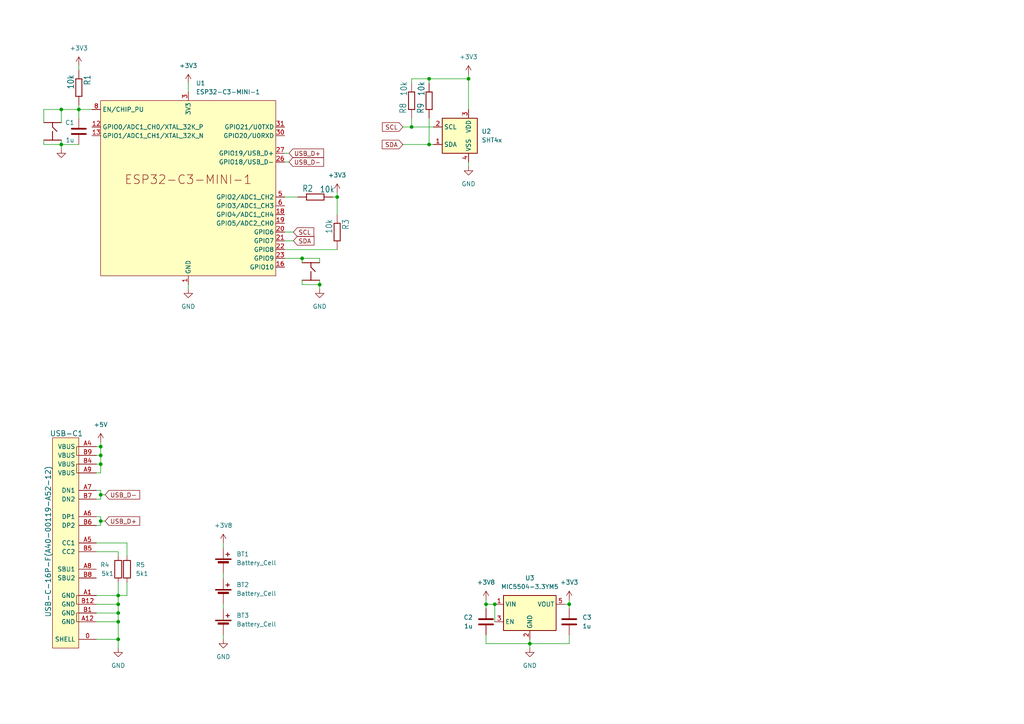
<source format=kicad_sch>
(kicad_sch (version 20230121) (generator eeschema)

  (uuid 1069aa39-fdd0-43b9-8a72-fe4111b43b86)

  (paper "A4")

  (lib_symbols
    (symbol "+5V_2" (power) (pin_names (offset 0)) (in_bom yes) (on_board yes)
      (property "Reference" "#PWR" (at 0 -3.81 0)
        (effects (font (size 1.27 1.27)) hide)
      )
      (property "Value" "+5V_2" (at 0 3.556 0)
        (effects (font (size 1.27 1.27)))
      )
      (property "Footprint" "" (at 0 0 0)
        (effects (font (size 1.27 1.27)) hide)
      )
      (property "Datasheet" "" (at 0 0 0)
        (effects (font (size 1.27 1.27)) hide)
      )
      (property "ki_keywords" "global power" (at 0 0 0)
        (effects (font (size 1.27 1.27)) hide)
      )
      (property "ki_description" "Power symbol creates a global label with name \"+5V\"" (at 0 0 0)
        (effects (font (size 1.27 1.27)) hide)
      )
      (symbol "+5V_2_0_1"
        (polyline
          (pts
            (xy -0.762 1.27)
            (xy 0 2.54)
          )
          (stroke (width 0) (type default))
          (fill (type none))
        )
        (polyline
          (pts
            (xy 0 0)
            (xy 0 2.54)
          )
          (stroke (width 0) (type default))
          (fill (type none))
        )
        (polyline
          (pts
            (xy 0 2.54)
            (xy 0.762 1.27)
          )
          (stroke (width 0) (type default))
          (fill (type none))
        )
      )
      (symbol "+5V_2_1_1"
        (pin power_in line (at 0 0 90) (length 0) hide
          (name "+5V" (effects (font (size 1.27 1.27))))
          (number "1" (effects (font (size 1.27 1.27))))
        )
      )
    )
    (symbol "BUTTON_4PIN_TS_1177_2" (in_bom yes) (on_board yes)
      (property "Reference" "s1" (at 0 8.89 0)
        (effects (font (size 1.778 1.778)) hide)
      )
      (property "Value" "TS-1070A" (at 0 -2.54 0)
        (effects (font (size 1.27 1.27)) hide)
      )
      (property "Footprint" "T&H:TS-1070A-B3D2" (at 0 -3.81 0)
        (effects (font (size 1.27 1.27)) hide)
      )
      (property "Datasheet" "" (at 0 0 0)
        (effects (font (size 1.27 1.27)) hide)
      )
      (symbol "BUTTON_4PIN_TS_1177_2_1_0"
        (polyline
          (pts
            (xy -2.54 0)
            (xy 0 0)
          )
          (stroke (width 0.254) (type solid))
          (fill (type none))
        )
        (polyline
          (pts
            (xy -2.54 5.08)
            (xy 0 5.08)
          )
          (stroke (width 0.254) (type solid))
          (fill (type none))
        )
        (polyline
          (pts
            (xy 0 0)
            (xy 2.54 0)
          )
          (stroke (width 0.254) (type solid))
          (fill (type none))
        )
        (polyline
          (pts
            (xy 0 2.54)
            (xy 0 0)
          )
          (stroke (width 0.254) (type solid))
          (fill (type none))
        )
        (polyline
          (pts
            (xy 0 3.81)
            (xy 1.27 2.54)
          )
          (stroke (width 0.254) (type solid))
          (fill (type none))
        )
        (polyline
          (pts
            (xy 0 5.08)
            (xy 0 3.81)
          )
          (stroke (width 0.254) (type solid))
          (fill (type none))
        )
        (polyline
          (pts
            (xy 0 5.08)
            (xy 2.54 5.08)
          )
          (stroke (width 0.254) (type solid))
          (fill (type none))
        )
        (pin bidirectional line (at -2.54 5.08 0) (length 0)
          (name "1" (effects (font (size 0 0))))
          (number "P1" (effects (font (size 0 0))))
        )
        (pin bidirectional line (at 2.54 5.08 0) (length 0)
          (name "2" (effects (font (size 0 0))))
          (number "P2" (effects (font (size 0 0))))
        )
        (pin bidirectional line (at -2.54 0 0) (length 0)
          (name "3" (effects (font (size 0 0))))
          (number "P3" (effects (font (size 0 0))))
        )
        (pin bidirectional line (at 2.54 0 0) (length 0)
          (name "4" (effects (font (size 0 0))))
          (number "P4" (effects (font (size 0 0))))
        )
      )
    )
    (symbol "Device:Battery_Cell" (pin_numbers hide) (pin_names (offset 0) hide) (in_bom yes) (on_board yes)
      (property "Reference" "BT" (at 2.54 2.54 0)
        (effects (font (size 1.27 1.27)) (justify left))
      )
      (property "Value" "Battery_Cell" (at 2.54 0 0)
        (effects (font (size 1.27 1.27)) (justify left))
      )
      (property "Footprint" "" (at 0 1.524 90)
        (effects (font (size 1.27 1.27)) hide)
      )
      (property "Datasheet" "~" (at 0 1.524 90)
        (effects (font (size 1.27 1.27)) hide)
      )
      (property "ki_keywords" "battery cell" (at 0 0 0)
        (effects (font (size 1.27 1.27)) hide)
      )
      (property "ki_description" "Single-cell battery" (at 0 0 0)
        (effects (font (size 1.27 1.27)) hide)
      )
      (symbol "Battery_Cell_0_1"
        (rectangle (start -2.286 1.778) (end 2.286 1.524)
          (stroke (width 0) (type default))
          (fill (type outline))
        )
        (rectangle (start -1.524 1.016) (end 1.524 0.508)
          (stroke (width 0) (type default))
          (fill (type outline))
        )
        (polyline
          (pts
            (xy 0 0.762)
            (xy 0 0)
          )
          (stroke (width 0) (type default))
          (fill (type none))
        )
        (polyline
          (pts
            (xy 0 1.778)
            (xy 0 2.54)
          )
          (stroke (width 0) (type default))
          (fill (type none))
        )
        (polyline
          (pts
            (xy 0.762 3.048)
            (xy 1.778 3.048)
          )
          (stroke (width 0.254) (type default))
          (fill (type none))
        )
        (polyline
          (pts
            (xy 1.27 3.556)
            (xy 1.27 2.54)
          )
          (stroke (width 0.254) (type default))
          (fill (type none))
        )
      )
      (symbol "Battery_Cell_1_1"
        (pin passive line (at 0 5.08 270) (length 2.54)
          (name "+" (effects (font (size 1.27 1.27))))
          (number "1" (effects (font (size 1.27 1.27))))
        )
        (pin passive line (at 0 -2.54 90) (length 2.54)
          (name "-" (effects (font (size 1.27 1.27))))
          (number "2" (effects (font (size 1.27 1.27))))
        )
      )
    )
    (symbol "Device:C" (pin_numbers hide) (pin_names (offset 0.254)) (in_bom yes) (on_board yes)
      (property "Reference" "C" (at 0.635 2.54 0)
        (effects (font (size 1.27 1.27)) (justify left))
      )
      (property "Value" "C" (at 0.635 -2.54 0)
        (effects (font (size 1.27 1.27)) (justify left))
      )
      (property "Footprint" "" (at 0.9652 -3.81 0)
        (effects (font (size 1.27 1.27)) hide)
      )
      (property "Datasheet" "~" (at 0 0 0)
        (effects (font (size 1.27 1.27)) hide)
      )
      (property "ki_keywords" "cap capacitor" (at 0 0 0)
        (effects (font (size 1.27 1.27)) hide)
      )
      (property "ki_description" "Unpolarized capacitor" (at 0 0 0)
        (effects (font (size 1.27 1.27)) hide)
      )
      (property "ki_fp_filters" "C_*" (at 0 0 0)
        (effects (font (size 1.27 1.27)) hide)
      )
      (symbol "C_0_1"
        (polyline
          (pts
            (xy -2.032 -0.762)
            (xy 2.032 -0.762)
          )
          (stroke (width 0.508) (type default))
          (fill (type none))
        )
        (polyline
          (pts
            (xy -2.032 0.762)
            (xy 2.032 0.762)
          )
          (stroke (width 0.508) (type default))
          (fill (type none))
        )
      )
      (symbol "C_1_1"
        (pin passive line (at 0 3.81 270) (length 2.794)
          (name "~" (effects (font (size 1.27 1.27))))
          (number "1" (effects (font (size 1.27 1.27))))
        )
        (pin passive line (at 0 -3.81 90) (length 2.794)
          (name "~" (effects (font (size 1.27 1.27))))
          (number "2" (effects (font (size 1.27 1.27))))
        )
      )
    )
    (symbol "Device:R" (pin_numbers hide) (pin_names (offset 0)) (in_bom yes) (on_board yes)
      (property "Reference" "R" (at 2.032 0 90)
        (effects (font (size 1.27 1.27)))
      )
      (property "Value" "R" (at 0 0 90)
        (effects (font (size 1.27 1.27)))
      )
      (property "Footprint" "" (at -1.778 0 90)
        (effects (font (size 1.27 1.27)) hide)
      )
      (property "Datasheet" "~" (at 0 0 0)
        (effects (font (size 1.27 1.27)) hide)
      )
      (property "ki_keywords" "R res resistor" (at 0 0 0)
        (effects (font (size 1.27 1.27)) hide)
      )
      (property "ki_description" "Resistor" (at 0 0 0)
        (effects (font (size 1.27 1.27)) hide)
      )
      (property "ki_fp_filters" "R_*" (at 0 0 0)
        (effects (font (size 1.27 1.27)) hide)
      )
      (symbol "R_0_1"
        (rectangle (start -1.016 -2.54) (end 1.016 2.54)
          (stroke (width 0.254) (type default))
          (fill (type none))
        )
      )
      (symbol "R_1_1"
        (pin passive line (at 0 3.81 270) (length 1.27)
          (name "~" (effects (font (size 1.27 1.27))))
          (number "1" (effects (font (size 1.27 1.27))))
        )
        (pin passive line (at 0 -3.81 90) (length 1.27)
          (name "~" (effects (font (size 1.27 1.27))))
          (number "2" (effects (font (size 1.27 1.27))))
        )
      )
    )
    (symbol "GND_2" (power) (pin_names (offset 0)) (in_bom yes) (on_board yes)
      (property "Reference" "#PWR" (at 0 -6.35 0)
        (effects (font (size 1.27 1.27)) hide)
      )
      (property "Value" "GND_2" (at 0 -3.81 0)
        (effects (font (size 1.27 1.27)))
      )
      (property "Footprint" "" (at 0 0 0)
        (effects (font (size 1.27 1.27)) hide)
      )
      (property "Datasheet" "" (at 0 0 0)
        (effects (font (size 1.27 1.27)) hide)
      )
      (property "ki_keywords" "global power" (at 0 0 0)
        (effects (font (size 1.27 1.27)) hide)
      )
      (property "ki_description" "Power symbol creates a global label with name \"GND\" , ground" (at 0 0 0)
        (effects (font (size 1.27 1.27)) hide)
      )
      (symbol "GND_2_0_1"
        (polyline
          (pts
            (xy 0 0)
            (xy 0 -1.27)
            (xy 1.27 -1.27)
            (xy 0 -2.54)
            (xy -1.27 -1.27)
            (xy 0 -1.27)
          )
          (stroke (width 0) (type default))
          (fill (type none))
        )
      )
      (symbol "GND_2_1_1"
        (pin power_in line (at 0 0 270) (length 0) hide
          (name "GND" (effects (font (size 1.27 1.27))))
          (number "1" (effects (font (size 1.27 1.27))))
        )
      )
    )
    (symbol "GND_3" (power) (pin_names (offset 0)) (in_bom yes) (on_board yes)
      (property "Reference" "#PWR" (at 0 -6.35 0)
        (effects (font (size 1.27 1.27)) hide)
      )
      (property "Value" "GND_3" (at 0 -3.81 0)
        (effects (font (size 1.27 1.27)))
      )
      (property "Footprint" "" (at 0 0 0)
        (effects (font (size 1.27 1.27)) hide)
      )
      (property "Datasheet" "" (at 0 0 0)
        (effects (font (size 1.27 1.27)) hide)
      )
      (property "ki_keywords" "global power" (at 0 0 0)
        (effects (font (size 1.27 1.27)) hide)
      )
      (property "ki_description" "Power symbol creates a global label with name \"GND\" , ground" (at 0 0 0)
        (effects (font (size 1.27 1.27)) hide)
      )
      (symbol "GND_3_0_1"
        (polyline
          (pts
            (xy 0 0)
            (xy 0 -1.27)
            (xy 1.27 -1.27)
            (xy 0 -2.54)
            (xy -1.27 -1.27)
            (xy 0 -1.27)
          )
          (stroke (width 0) (type default))
          (fill (type none))
        )
      )
      (symbol "GND_3_1_1"
        (pin power_in line (at 0 0 270) (length 0) hide
          (name "GND" (effects (font (size 1.27 1.27))))
          (number "1" (effects (font (size 1.27 1.27))))
        )
      )
    )
    (symbol "PCM_Espressif:ESP32-C3-MINI-1" (in_bom yes) (on_board yes)
      (property "Reference" "U" (at -25.4 30.48 0)
        (effects (font (size 1.27 1.27)) (justify left))
      )
      (property "Value" "ESP32-C3-MINI-1" (at -25.4 27.94 0)
        (effects (font (size 1.27 1.27)) (justify left))
      )
      (property "Footprint" "PCM_Espressif:ESP32-C3-MINI-1" (at 0 -35.56 0)
        (effects (font (size 1.27 1.27)) hide)
      )
      (property "Datasheet" "https://www.espressif.com/sites/default/files/documentation/esp32-c3-mini-1_datasheet_en.pdf" (at 0 -38.1 0)
        (effects (font (size 1.27 1.27)) hide)
      )
      (property "ki_keywords" "esp32-c3" (at 0 0 0)
        (effects (font (size 1.27 1.27)) hide)
      )
      (property "ki_description" "ESP32-C3-MINI-1 family is an ultra-low-power MCU-based SoC solution that supports 2.4 GHz Wi-Fi and Bluetooth®Low Energy (Bluetooth LE)." (at 0 0 0)
        (effects (font (size 1.27 1.27)) hide)
      )
      (symbol "ESP32-C3-MINI-1_0_0"
        (text "ESP32-C3-MINI-1" (at 0 2.54 0)
          (effects (font (size 2.54 2.54)))
        )
      )
      (symbol "ESP32-C3-MINI-1_0_1"
        (rectangle (start -25.4 25.4) (end 25.4 -25.4)
          (stroke (width 0) (type default))
          (fill (type background))
        )
      )
      (symbol "ESP32-C3-MINI-1_1_1"
        (pin power_in line (at 0 -27.94 90) (length 2.54)
          (name "GND" (effects (font (size 1.27 1.27))))
          (number "1" (effects (font (size 1.27 1.27))))
        )
        (pin no_connect line (at -25.4 2.54 0) (length 2.54) hide
          (name "NC" (effects (font (size 1.27 1.27))))
          (number "10" (effects (font (size 1.27 1.27))))
        )
        (pin passive line (at 0 -27.94 90) (length 2.54) hide
          (name "GND" (effects (font (size 1.27 1.27))))
          (number "11" (effects (font (size 1.27 1.27))))
        )
        (pin bidirectional line (at -27.94 17.78 0) (length 2.54)
          (name "GPIO0/ADC1_CH0/XTAL_32K_P" (effects (font (size 1.27 1.27))))
          (number "12" (effects (font (size 1.27 1.27))))
        )
        (pin bidirectional line (at -27.94 15.24 0) (length 2.54)
          (name "GPIO1/ADC1_CH1/XTAL_32K_N" (effects (font (size 1.27 1.27))))
          (number "13" (effects (font (size 1.27 1.27))))
        )
        (pin passive line (at 0 -27.94 90) (length 2.54) hide
          (name "GND" (effects (font (size 1.27 1.27))))
          (number "14" (effects (font (size 1.27 1.27))))
        )
        (pin no_connect line (at -25.4 0 0) (length 2.54) hide
          (name "NC" (effects (font (size 1.27 1.27))))
          (number "15" (effects (font (size 1.27 1.27))))
        )
        (pin bidirectional line (at 27.94 -22.86 180) (length 2.54)
          (name "GPIO10" (effects (font (size 1.27 1.27))))
          (number "16" (effects (font (size 1.27 1.27))))
        )
        (pin no_connect line (at -25.4 -2.54 0) (length 2.54) hide
          (name "NC" (effects (font (size 1.27 1.27))))
          (number "17" (effects (font (size 1.27 1.27))))
        )
        (pin bidirectional line (at 27.94 -7.62 180) (length 2.54)
          (name "GPIO4/ADC1_CH4" (effects (font (size 1.27 1.27))))
          (number "18" (effects (font (size 1.27 1.27))))
        )
        (pin bidirectional line (at 27.94 -10.16 180) (length 2.54)
          (name "GPIO5/ADC2_CH0" (effects (font (size 1.27 1.27))))
          (number "19" (effects (font (size 1.27 1.27))))
        )
        (pin passive line (at 0 -27.94 90) (length 2.54) hide
          (name "GND" (effects (font (size 1.27 1.27))))
          (number "2" (effects (font (size 1.27 1.27))))
        )
        (pin bidirectional line (at 27.94 -12.7 180) (length 2.54)
          (name "GPIO6" (effects (font (size 1.27 1.27))))
          (number "20" (effects (font (size 1.27 1.27))))
        )
        (pin bidirectional line (at 27.94 -15.24 180) (length 2.54)
          (name "GPIO7" (effects (font (size 1.27 1.27))))
          (number "21" (effects (font (size 1.27 1.27))))
        )
        (pin bidirectional line (at 27.94 -17.78 180) (length 2.54)
          (name "GPIO8" (effects (font (size 1.27 1.27))))
          (number "22" (effects (font (size 1.27 1.27))))
        )
        (pin bidirectional line (at 27.94 -20.32 180) (length 2.54)
          (name "GPIO9" (effects (font (size 1.27 1.27))))
          (number "23" (effects (font (size 1.27 1.27))))
        )
        (pin no_connect line (at -25.4 -5.08 0) (length 2.54) hide
          (name "NC" (effects (font (size 1.27 1.27))))
          (number "24" (effects (font (size 1.27 1.27))))
        )
        (pin no_connect line (at -25.4 -7.62 0) (length 2.54) hide
          (name "NC" (effects (font (size 1.27 1.27))))
          (number "25" (effects (font (size 1.27 1.27))))
        )
        (pin bidirectional line (at 27.94 7.62 180) (length 2.54)
          (name "GPIO18/USB_D-" (effects (font (size 1.27 1.27))))
          (number "26" (effects (font (size 1.27 1.27))))
        )
        (pin bidirectional line (at 27.94 10.16 180) (length 2.54)
          (name "GPIO19/USB_D+" (effects (font (size 1.27 1.27))))
          (number "27" (effects (font (size 1.27 1.27))))
        )
        (pin no_connect line (at -25.4 -10.16 0) (length 2.54) hide
          (name "NC" (effects (font (size 1.27 1.27))))
          (number "28" (effects (font (size 1.27 1.27))))
        )
        (pin no_connect line (at -25.4 -12.7 0) (length 2.54) hide
          (name "NC" (effects (font (size 1.27 1.27))))
          (number "29" (effects (font (size 1.27 1.27))))
        )
        (pin power_in line (at 0 27.94 270) (length 2.54)
          (name "3V3" (effects (font (size 1.27 1.27))))
          (number "3" (effects (font (size 1.27 1.27))))
        )
        (pin bidirectional line (at 27.94 15.24 180) (length 2.54)
          (name "GPIO20/U0RXD" (effects (font (size 1.27 1.27))))
          (number "30" (effects (font (size 1.27 1.27))))
        )
        (pin bidirectional line (at 27.94 17.78 180) (length 2.54)
          (name "GPIO21/U0TXD" (effects (font (size 1.27 1.27))))
          (number "31" (effects (font (size 1.27 1.27))))
        )
        (pin no_connect line (at -25.4 -15.24 0) (length 2.54) hide
          (name "NC" (effects (font (size 1.27 1.27))))
          (number "32" (effects (font (size 1.27 1.27))))
        )
        (pin no_connect line (at -25.4 -17.78 0) (length 2.54) hide
          (name "NC" (effects (font (size 1.27 1.27))))
          (number "33" (effects (font (size 1.27 1.27))))
        )
        (pin no_connect line (at -25.4 -20.32 0) (length 2.54) hide
          (name "NC" (effects (font (size 1.27 1.27))))
          (number "34" (effects (font (size 1.27 1.27))))
        )
        (pin no_connect line (at -25.4 -22.86 0) (length 2.54) hide
          (name "NC" (effects (font (size 1.27 1.27))))
          (number "35" (effects (font (size 1.27 1.27))))
        )
        (pin passive line (at 0 -27.94 90) (length 2.54) hide
          (name "GND" (effects (font (size 1.27 1.27))))
          (number "36" (effects (font (size 1.27 1.27))))
        )
        (pin passive line (at 0 -27.94 90) (length 2.54) hide
          (name "GND" (effects (font (size 1.27 1.27))))
          (number "37" (effects (font (size 1.27 1.27))))
        )
        (pin passive line (at 0 -27.94 90) (length 2.54) hide
          (name "GND" (effects (font (size 1.27 1.27))))
          (number "38" (effects (font (size 1.27 1.27))))
        )
        (pin passive line (at 0 -27.94 90) (length 2.54) hide
          (name "GND" (effects (font (size 1.27 1.27))))
          (number "39" (effects (font (size 1.27 1.27))))
        )
        (pin no_connect line (at -25.4 10.16 0) (length 2.54) hide
          (name "NC" (effects (font (size 1.27 1.27))))
          (number "4" (effects (font (size 1.27 1.27))))
        )
        (pin passive line (at 0 -27.94 90) (length 2.54) hide
          (name "GND" (effects (font (size 1.27 1.27))))
          (number "40" (effects (font (size 1.27 1.27))))
        )
        (pin passive line (at 0 -27.94 90) (length 2.54) hide
          (name "GND" (effects (font (size 1.27 1.27))))
          (number "41" (effects (font (size 1.27 1.27))))
        )
        (pin passive line (at 0 -27.94 90) (length 2.54) hide
          (name "GND" (effects (font (size 1.27 1.27))))
          (number "42" (effects (font (size 1.27 1.27))))
        )
        (pin passive line (at 0 -27.94 90) (length 2.54) hide
          (name "GND" (effects (font (size 1.27 1.27))))
          (number "43" (effects (font (size 1.27 1.27))))
        )
        (pin passive line (at 0 -27.94 90) (length 2.54) hide
          (name "GND" (effects (font (size 1.27 1.27))))
          (number "44" (effects (font (size 1.27 1.27))))
        )
        (pin passive line (at 0 -27.94 90) (length 2.54) hide
          (name "GND" (effects (font (size 1.27 1.27))))
          (number "45" (effects (font (size 1.27 1.27))))
        )
        (pin passive line (at 0 -27.94 90) (length 2.54) hide
          (name "GND" (effects (font (size 1.27 1.27))))
          (number "46" (effects (font (size 1.27 1.27))))
        )
        (pin passive line (at 0 -27.94 90) (length 2.54) hide
          (name "GND" (effects (font (size 1.27 1.27))))
          (number "47" (effects (font (size 1.27 1.27))))
        )
        (pin passive line (at 0 -27.94 90) (length 2.54) hide
          (name "GND" (effects (font (size 1.27 1.27))))
          (number "48" (effects (font (size 1.27 1.27))))
        )
        (pin passive line (at 0 -27.94 90) (length 2.54) hide
          (name "GND" (effects (font (size 1.27 1.27))))
          (number "49" (effects (font (size 1.27 1.27))))
        )
        (pin bidirectional line (at 27.94 -2.54 180) (length 2.54)
          (name "GPIO2/ADC1_CH2" (effects (font (size 1.27 1.27))))
          (number "5" (effects (font (size 1.27 1.27))))
        )
        (pin passive line (at 0 -27.94 90) (length 2.54) hide
          (name "GND" (effects (font (size 1.27 1.27))))
          (number "50" (effects (font (size 1.27 1.27))))
        )
        (pin passive line (at 0 -27.94 90) (length 2.54) hide
          (name "GND" (effects (font (size 1.27 1.27))))
          (number "51" (effects (font (size 1.27 1.27))))
        )
        (pin passive line (at 0 -27.94 90) (length 2.54) hide
          (name "GND" (effects (font (size 1.27 1.27))))
          (number "52" (effects (font (size 1.27 1.27))))
        )
        (pin passive line (at 0 -27.94 90) (length 2.54) hide
          (name "GND" (effects (font (size 1.27 1.27))))
          (number "53" (effects (font (size 1.27 1.27))))
        )
        (pin bidirectional line (at 27.94 -5.08 180) (length 2.54)
          (name "GPIO3/ADC1_CH3" (effects (font (size 1.27 1.27))))
          (number "6" (effects (font (size 1.27 1.27))))
        )
        (pin no_connect line (at -25.4 7.62 0) (length 2.54) hide
          (name "NC" (effects (font (size 1.27 1.27))))
          (number "7" (effects (font (size 1.27 1.27))))
        )
        (pin input line (at -27.94 22.86 0) (length 2.54)
          (name "EN/CHIP_PU" (effects (font (size 1.27 1.27))))
          (number "8" (effects (font (size 1.27 1.27))))
        )
        (pin no_connect line (at -25.4 5.08 0) (length 2.54) hide
          (name "NC" (effects (font (size 1.27 1.27))))
          (number "9" (effects (font (size 1.27 1.27))))
        )
      )
    )
    (symbol "Regulator_Linear:MIC5504-3.3YM5" (in_bom yes) (on_board yes)
      (property "Reference" "U" (at -7.62 8.89 0)
        (effects (font (size 1.27 1.27)) (justify left))
      )
      (property "Value" "MIC5504-3.3YM5" (at -7.62 6.35 0)
        (effects (font (size 1.27 1.27)) (justify left))
      )
      (property "Footprint" "Package_TO_SOT_SMD:SOT-23-5" (at 0 -10.16 0)
        (effects (font (size 1.27 1.27)) hide)
      )
      (property "Datasheet" "http://ww1.microchip.com/downloads/en/DeviceDoc/MIC550X.pdf" (at -6.35 6.35 0)
        (effects (font (size 1.27 1.27)) hide)
      )
      (property "ki_keywords" "Micrel LDO voltage regulator" (at 0 0 0)
        (effects (font (size 1.27 1.27)) hide)
      )
      (property "ki_description" "300mA Low-dropout Voltage Regulator, Vout 3.3V, Vin up to 5.5V, SOT-23" (at 0 0 0)
        (effects (font (size 1.27 1.27)) hide)
      )
      (property "ki_fp_filters" "SOT?23?5*" (at 0 0 0)
        (effects (font (size 1.27 1.27)) hide)
      )
      (symbol "MIC5504-3.3YM5_0_1"
        (rectangle (start -7.62 -5.08) (end 7.62 5.08)
          (stroke (width 0.254) (type default))
          (fill (type background))
        )
      )
      (symbol "MIC5504-3.3YM5_1_1"
        (pin power_in line (at -10.16 2.54 0) (length 2.54)
          (name "VIN" (effects (font (size 1.27 1.27))))
          (number "1" (effects (font (size 1.27 1.27))))
        )
        (pin power_in line (at 0 -7.62 90) (length 2.54)
          (name "GND" (effects (font (size 1.27 1.27))))
          (number "2" (effects (font (size 1.27 1.27))))
        )
        (pin input line (at -10.16 -2.54 0) (length 2.54)
          (name "EN" (effects (font (size 1.27 1.27))))
          (number "3" (effects (font (size 1.27 1.27))))
        )
        (pin no_connect line (at 7.62 -2.54 180) (length 2.54) hide
          (name "NC" (effects (font (size 1.27 1.27))))
          (number "4" (effects (font (size 1.27 1.27))))
        )
        (pin power_out line (at 10.16 2.54 180) (length 2.54)
          (name "VOUT" (effects (font (size 1.27 1.27))))
          (number "5" (effects (font (size 1.27 1.27))))
        )
      )
    )
    (symbol "Sensor_Humidity:SHT4x" (in_bom yes) (on_board yes)
      (property "Reference" "U" (at 0 8.89 0)
        (effects (font (size 1.27 1.27)) (justify right))
      )
      (property "Value" "SHT4x" (at 0 6.35 0)
        (effects (font (size 1.27 1.27)) (justify right))
      )
      (property "Footprint" "Sensor_Humidity:Sensirion_DFN-4_1.5x1.5mm_P0.8mm_SHT4x_NoCentralPad" (at 3.81 -6.35 0)
        (effects (font (size 1.27 1.27)) (justify left) hide)
      )
      (property "Datasheet" "https://sensirion.com/media/documents/33FD6951/624C4357/Datasheet_SHT4x.pdf" (at 3.81 -8.89 0)
        (effects (font (size 1.27 1.27)) (justify left) hide)
      )
      (property "ki_keywords" "Sensirion environment environmental measurement digital SHT40 SHT41 SHT45" (at 0 0 0)
        (effects (font (size 1.27 1.27)) hide)
      )
      (property "ki_description" "Digital Humidity and Temperature Sensor, +/-1%RH, +/-0.1degC, I2C, 1.08-3.6V, 16bit, DFN-4" (at 0 0 0)
        (effects (font (size 1.27 1.27)) hide)
      )
      (property "ki_fp_filters" "Sensirion?DFN*1.5x1.5mm*P0.8mm*SHT4x*" (at 0 0 0)
        (effects (font (size 1.27 1.27)) hide)
      )
      (symbol "SHT4x_1_1"
        (rectangle (start -5.08 5.08) (end 5.08 -5.08)
          (stroke (width 0.254) (type default))
          (fill (type background))
        )
        (pin bidirectional line (at -7.62 -2.54 0) (length 2.54)
          (name "SDA" (effects (font (size 1.27 1.27))))
          (number "1" (effects (font (size 1.27 1.27))))
        )
        (pin input line (at -7.62 2.54 0) (length 2.54)
          (name "SCL" (effects (font (size 1.27 1.27))))
          (number "2" (effects (font (size 1.27 1.27))))
        )
        (pin power_in line (at 2.54 7.62 270) (length 2.54)
          (name "VDD" (effects (font (size 1.27 1.27))))
          (number "3" (effects (font (size 1.27 1.27))))
        )
        (pin power_in line (at 2.54 -7.62 90) (length 2.54)
          (name "VSS" (effects (font (size 1.27 1.27))))
          (number "4" (effects (font (size 1.27 1.27))))
        )
      )
    )
    (symbol "personal2:USB2.0_TYPE-C(A40-00119-A52-12)" (pin_names (offset 1.016)) (in_bom yes) (on_board yes)
      (property "Reference" "USB-C1" (at -5.08 33.02 0)
        (effects (font (size 1.524 1.524)) (justify left))
      )
      (property "Value" "USB-C-16P-F(A40-00119-A52-12)" (at 7.62 -22.86 90)
        (effects (font (size 1.524 1.524)) (justify left))
      )
      (property "Footprint" "Personal:USB2.0_TYPE-C(A40-00119-A52-12)" (at 5.7912 -1.3462 0)
        (effects (font (size 1.524 1.524)) (justify left) hide)
      )
      (property "Datasheet" "https://gct.co/connector/usb4105" (at 5.7912 -4.0386 0)
        (effects (font (size 1.524 1.524)) (justify left) hide)
      )
      (symbol "USB2.0_TYPE-C(A40-00119-A52-12)_0_1"
        (rectangle (start -2.54 30.48) (end 5.08 -30.48)
          (stroke (width 0) (type solid))
          (fill (type background))
        )
        (polyline
          (pts
            (xy -2.54 -20.32)
            (xy -1.905 -20.32)
            (xy -1.905 -22.86)
            (xy -2.54 -22.86)
          )
          (stroke (width 0) (type solid))
          (fill (type none))
        )
        (polyline
          (pts
            (xy -2.54 -15.24)
            (xy -1.905 -15.24)
            (xy -1.905 -17.78)
            (xy -2.54 -17.78)
          )
          (stroke (width 0) (type solid))
          (fill (type none))
        )
        (polyline
          (pts
            (xy -2.54 22.86)
            (xy -1.905 22.86)
            (xy -1.905 20.32)
            (xy -2.54 20.32)
          )
          (stroke (width 0) (type solid))
          (fill (type none))
        )
        (polyline
          (pts
            (xy -2.54 27.94)
            (xy -1.905 27.94)
            (xy -1.905 25.4)
            (xy -2.54 25.4)
          )
          (stroke (width 0) (type solid))
          (fill (type none))
        )
      )
      (symbol "USB2.0_TYPE-C(A40-00119-A52-12)_1_1"
        (pin passive line (at -7.62 -27.94 0) (length 5.08)
          (name "SHELL" (effects (font (size 1.27 1.27))))
          (number "0" (effects (font (size 1.27 1.27))))
        )
        (pin power_in line (at -7.62 -15.24 0) (length 5.08)
          (name "GND" (effects (font (size 1.27 1.27))))
          (number "A1" (effects (font (size 1.27 1.27))))
        )
        (pin power_in line (at -7.62 -22.86 0) (length 5.08)
          (name "GND" (effects (font (size 1.27 1.27))))
          (number "A12" (effects (font (size 1.27 1.27))))
        )
        (pin power_in line (at -7.62 27.94 0) (length 5.08)
          (name "VBUS" (effects (font (size 1.27 1.27))))
          (number "A4" (effects (font (size 1.27 1.27))))
        )
        (pin input line (at -7.62 0 0) (length 5.08)
          (name "CC1" (effects (font (size 1.27 1.27))))
          (number "A5" (effects (font (size 1.27 1.27))))
        )
        (pin bidirectional line (at -7.62 7.62 0) (length 5.08)
          (name "DP1" (effects (font (size 1.27 1.27))))
          (number "A6" (effects (font (size 1.27 1.27))))
        )
        (pin bidirectional line (at -7.62 15.24 0) (length 5.08)
          (name "DN1" (effects (font (size 1.27 1.27))))
          (number "A7" (effects (font (size 1.27 1.27))))
        )
        (pin bidirectional line (at -7.62 -7.62 0) (length 5.08)
          (name "SBU1" (effects (font (size 1.27 1.27))))
          (number "A8" (effects (font (size 1.27 1.27))))
        )
        (pin power_in line (at -7.62 20.32 0) (length 5.08)
          (name "VBUS" (effects (font (size 1.27 1.27))))
          (number "A9" (effects (font (size 1.27 1.27))))
        )
        (pin power_in line (at -7.62 -20.32 0) (length 5.08)
          (name "GND" (effects (font (size 1.27 1.27))))
          (number "B1" (effects (font (size 1.27 1.27))))
        )
        (pin power_in line (at -7.62 -17.78 0) (length 5.08)
          (name "GND" (effects (font (size 1.27 1.27))))
          (number "B12" (effects (font (size 1.27 1.27))))
        )
        (pin power_in line (at -7.62 22.86 0) (length 5.08)
          (name "VBUS" (effects (font (size 1.27 1.27))))
          (number "B4" (effects (font (size 1.27 1.27))))
        )
        (pin input line (at -7.62 -2.54 0) (length 5.08)
          (name "CC2" (effects (font (size 1.27 1.27))))
          (number "B5" (effects (font (size 1.27 1.27))))
        )
        (pin bidirectional line (at -7.62 5.08 0) (length 5.08)
          (name "DP2" (effects (font (size 1.27 1.27))))
          (number "B6" (effects (font (size 1.27 1.27))))
        )
        (pin bidirectional line (at -7.62 12.7 0) (length 5.08)
          (name "DN2" (effects (font (size 1.27 1.27))))
          (number "B7" (effects (font (size 1.27 1.27))))
        )
        (pin bidirectional line (at -7.62 -10.16 0) (length 5.08)
          (name "SBU2" (effects (font (size 1.27 1.27))))
          (number "B8" (effects (font (size 1.27 1.27))))
        )
        (pin power_in line (at -7.62 25.4 0) (length 5.08)
          (name "VBUS" (effects (font (size 1.27 1.27))))
          (number "B9" (effects (font (size 1.27 1.27))))
        )
      )
    )
    (symbol "picoclick_c3_v1.1-eagle-import:moekoe_rcl_R0402" (in_bom yes) (on_board yes)
      (property "Reference" "R" (at -3.81 1.4986 0)
        (effects (font (size 1.778 1.5113)) (justify left bottom))
      )
      (property "Value" "" (at -3.81 -3.302 0)
        (effects (font (size 1.778 1.5113)) (justify left bottom))
      )
      (property "Footprint" "picoclick_c3_v1.1:R0402" (at 0 0 0)
        (effects (font (size 1.27 1.27)) hide)
      )
      (property "Datasheet" "" (at 0 0 0)
        (effects (font (size 1.27 1.27)) hide)
      )
      (property "ki_locked" "" (at 0 0 0)
        (effects (font (size 1.27 1.27)))
      )
      (symbol "moekoe_rcl_R0402_1_0"
        (polyline
          (pts
            (xy -2.54 -0.889)
            (xy -2.54 0.889)
          )
          (stroke (width 0.254) (type solid))
          (fill (type none))
        )
        (polyline
          (pts
            (xy -2.54 -0.889)
            (xy 2.54 -0.889)
          )
          (stroke (width 0.254) (type solid))
          (fill (type none))
        )
        (polyline
          (pts
            (xy 2.54 -0.889)
            (xy 2.54 0.889)
          )
          (stroke (width 0.254) (type solid))
          (fill (type none))
        )
        (polyline
          (pts
            (xy 2.54 0.889)
            (xy -2.54 0.889)
          )
          (stroke (width 0.254) (type solid))
          (fill (type none))
        )
        (pin passive line (at -5.08 0 0) (length 2.54)
          (name "1" (effects (font (size 0 0))))
          (number "1" (effects (font (size 0 0))))
        )
        (pin passive line (at 5.08 0 180) (length 2.54)
          (name "2" (effects (font (size 0 0))))
          (number "2" (effects (font (size 0 0))))
        )
      )
    )
    (symbol "power:+3V3" (power) (pin_names (offset 0)) (in_bom yes) (on_board yes)
      (property "Reference" "#PWR" (at 0 -3.81 0)
        (effects (font (size 1.27 1.27)) hide)
      )
      (property "Value" "+3V3" (at 0 3.556 0)
        (effects (font (size 1.27 1.27)))
      )
      (property "Footprint" "" (at 0 0 0)
        (effects (font (size 1.27 1.27)) hide)
      )
      (property "Datasheet" "" (at 0 0 0)
        (effects (font (size 1.27 1.27)) hide)
      )
      (property "ki_keywords" "global power" (at 0 0 0)
        (effects (font (size 1.27 1.27)) hide)
      )
      (property "ki_description" "Power symbol creates a global label with name \"+3V3\"" (at 0 0 0)
        (effects (font (size 1.27 1.27)) hide)
      )
      (symbol "+3V3_0_1"
        (polyline
          (pts
            (xy -0.762 1.27)
            (xy 0 2.54)
          )
          (stroke (width 0) (type default))
          (fill (type none))
        )
        (polyline
          (pts
            (xy 0 0)
            (xy 0 2.54)
          )
          (stroke (width 0) (type default))
          (fill (type none))
        )
        (polyline
          (pts
            (xy 0 2.54)
            (xy 0.762 1.27)
          )
          (stroke (width 0) (type default))
          (fill (type none))
        )
      )
      (symbol "+3V3_1_1"
        (pin power_in line (at 0 0 90) (length 0) hide
          (name "+3V3" (effects (font (size 1.27 1.27))))
          (number "1" (effects (font (size 1.27 1.27))))
        )
      )
    )
    (symbol "power:+3V8" (power) (pin_names (offset 0)) (in_bom yes) (on_board yes)
      (property "Reference" "#PWR" (at 0 -3.81 0)
        (effects (font (size 1.27 1.27)) hide)
      )
      (property "Value" "+3V8" (at 0 3.556 0)
        (effects (font (size 1.27 1.27)))
      )
      (property "Footprint" "" (at 0 0 0)
        (effects (font (size 1.27 1.27)) hide)
      )
      (property "Datasheet" "" (at 0 0 0)
        (effects (font (size 1.27 1.27)) hide)
      )
      (property "ki_keywords" "global power" (at 0 0 0)
        (effects (font (size 1.27 1.27)) hide)
      )
      (property "ki_description" "Power symbol creates a global label with name \"+3V8\"" (at 0 0 0)
        (effects (font (size 1.27 1.27)) hide)
      )
      (symbol "+3V8_0_1"
        (polyline
          (pts
            (xy -0.762 1.27)
            (xy 0 2.54)
          )
          (stroke (width 0) (type default))
          (fill (type none))
        )
        (polyline
          (pts
            (xy 0 0)
            (xy 0 2.54)
          )
          (stroke (width 0) (type default))
          (fill (type none))
        )
        (polyline
          (pts
            (xy 0 2.54)
            (xy 0.762 1.27)
          )
          (stroke (width 0) (type default))
          (fill (type none))
        )
      )
      (symbol "+3V8_1_1"
        (pin power_in line (at 0 0 90) (length 0) hide
          (name "+3V8" (effects (font (size 1.27 1.27))))
          (number "1" (effects (font (size 1.27 1.27))))
        )
      )
    )
    (symbol "power:GND" (power) (pin_names (offset 0)) (in_bom yes) (on_board yes)
      (property "Reference" "#PWR" (at 0 -6.35 0)
        (effects (font (size 1.27 1.27)) hide)
      )
      (property "Value" "GND" (at 0 -3.81 0)
        (effects (font (size 1.27 1.27)))
      )
      (property "Footprint" "" (at 0 0 0)
        (effects (font (size 1.27 1.27)) hide)
      )
      (property "Datasheet" "" (at 0 0 0)
        (effects (font (size 1.27 1.27)) hide)
      )
      (property "ki_keywords" "global power" (at 0 0 0)
        (effects (font (size 1.27 1.27)) hide)
      )
      (property "ki_description" "Power symbol creates a global label with name \"GND\" , ground" (at 0 0 0)
        (effects (font (size 1.27 1.27)) hide)
      )
      (symbol "GND_0_1"
        (polyline
          (pts
            (xy 0 0)
            (xy 0 -1.27)
            (xy 1.27 -1.27)
            (xy 0 -2.54)
            (xy -1.27 -1.27)
            (xy 0 -1.27)
          )
          (stroke (width 0) (type default))
          (fill (type none))
        )
      )
      (symbol "GND_1_1"
        (pin power_in line (at 0 0 270) (length 0) hide
          (name "GND" (effects (font (size 1.27 1.27))))
          (number "1" (effects (font (size 1.27 1.27))))
        )
      )
    )
  )

  (junction (at 34.29 177.8) (diameter 0) (color 0 0 0 0)
    (uuid 18e1d45b-d9ed-420c-9493-f11fd08af899)
  )
  (junction (at 29.21 134.62) (diameter 0) (color 0 0 0 0)
    (uuid 1a2da9c9-785b-4869-b7c8-9ad0bded8c5d)
  )
  (junction (at 34.29 180.34) (diameter 0) (color 0 0 0 0)
    (uuid 2c24dab3-df47-4ab3-8d49-fd2ac6e61e01)
  )
  (junction (at 97.79 57.15) (diameter 0) (color 0 0 0 0)
    (uuid 302a47df-9bd7-455c-9b12-d4711317f479)
  )
  (junction (at 124.46 22.86) (diameter 0) (color 0 0 0 0)
    (uuid 36c5537d-660a-4ef7-a70f-3f6dd79a00f3)
  )
  (junction (at 29.21 151.13) (diameter 0) (color 0 0 0 0)
    (uuid 4c3a3da1-7917-4046-905e-18976a98655c)
  )
  (junction (at 124.46 41.91) (diameter 0) (color 0 0 0 0)
    (uuid 4ecd230e-fc7f-4696-9387-309ea04a1637)
  )
  (junction (at 22.86 31.75) (diameter 0) (color 0 0 0 0)
    (uuid 58b13191-ff2a-49c0-8b49-47230c828fc0)
  )
  (junction (at 143.51 175.26) (diameter 0) (color 0 0 0 0)
    (uuid 633479ee-a453-4e04-8d79-a587441711b1)
  )
  (junction (at 119.38 36.83) (diameter 0) (color 0 0 0 0)
    (uuid 70d4b0b6-3218-4ace-8c80-46811730e891)
  )
  (junction (at 34.29 172.72) (diameter 0) (color 0 0 0 0)
    (uuid 7144b319-8940-4c8d-9942-73a2dab708ea)
  )
  (junction (at 135.89 22.86) (diameter 0) (color 0 0 0 0)
    (uuid 7a0c57f9-f867-4239-bf1c-6f478d16791a)
  )
  (junction (at 34.29 175.26) (diameter 0) (color 0 0 0 0)
    (uuid 8cc3bdad-526d-4eee-b0e5-6f23d225a2fc)
  )
  (junction (at 165.1 175.26) (diameter 0) (color 0 0 0 0)
    (uuid 8d3a993d-c3e8-44ef-9dd2-bd584f4defd9)
  )
  (junction (at 29.21 129.54) (diameter 0) (color 0 0 0 0)
    (uuid 92d49e93-776b-4098-919f-d272352974cd)
  )
  (junction (at 153.67 186.69) (diameter 0) (color 0 0 0 0)
    (uuid 9998a9dc-c52b-40bb-becc-fcc199cb00e0)
  )
  (junction (at 17.78 41.91) (diameter 0) (color 0 0 0 0)
    (uuid aabeda56-0d34-465d-bcaa-3162a1d85b64)
  )
  (junction (at 29.21 132.08) (diameter 0) (color 0 0 0 0)
    (uuid ae351cf8-7824-41da-b212-d478b1ddf863)
  )
  (junction (at 140.97 175.26) (diameter 0) (color 0 0 0 0)
    (uuid ae76bc28-c4a8-47b7-addd-22f24edb2f5c)
  )
  (junction (at 92.71 82.55) (diameter 0) (color 0 0 0 0)
    (uuid c175fe17-c2fe-4a6a-92ec-fb59fc95bb02)
  )
  (junction (at 87.63 74.93) (diameter 0) (color 0 0 0 0)
    (uuid c4fe2f2c-cb6a-4615-afe4-1de8b2b697f3)
  )
  (junction (at 17.78 31.75) (diameter 0) (color 0 0 0 0)
    (uuid dbdbf710-39a3-46ca-b7b7-e46612608c6a)
  )
  (junction (at 34.29 185.42) (diameter 0) (color 0 0 0 0)
    (uuid e3f7d64a-14a5-4518-8950-44a044dce4fb)
  )
  (junction (at 29.21 143.51) (diameter 0) (color 0 0 0 0)
    (uuid ec6ada65-b41e-47d6-9320-b2a73ae2213d)
  )

  (wire (pts (xy 29.21 143.51) (xy 30.48 143.51))
    (stroke (width 0) (type default))
    (uuid 0683968d-cff5-407d-89b7-c471e9116488)
  )
  (wire (pts (xy 27.94 152.4) (xy 29.21 152.4))
    (stroke (width 0) (type default))
    (uuid 0822773e-14b7-4e7f-9d96-4456a3a9717d)
  )
  (wire (pts (xy 34.29 161.29) (xy 34.29 160.02))
    (stroke (width 0) (type default))
    (uuid 087b883a-7511-4ead-9415-60b92ea524e1)
  )
  (wire (pts (xy 124.46 34.29) (xy 124.46 41.91))
    (stroke (width 0) (type default))
    (uuid 0974b30c-30c3-4e1b-a230-61bb5cc6eb0e)
  )
  (wire (pts (xy 29.21 143.51) (xy 29.21 144.78))
    (stroke (width 0) (type default))
    (uuid 0a08eca0-4a09-47e5-b4c4-5a4f3d8992f6)
  )
  (wire (pts (xy 135.89 46.99) (xy 135.89 48.26))
    (stroke (width 0) (type default))
    (uuid 0fdce4f7-c49c-472b-820a-64e6aea56b5e)
  )
  (wire (pts (xy 27.94 132.08) (xy 29.21 132.08))
    (stroke (width 0) (type default))
    (uuid 10cc0180-d7ff-4f2d-8736-2523c969366b)
  )
  (wire (pts (xy 97.79 55.88) (xy 97.79 57.15))
    (stroke (width 0) (type default))
    (uuid 1681b06e-328b-4f04-ad75-39615146e44f)
  )
  (wire (pts (xy 124.46 24.13) (xy 124.46 22.86))
    (stroke (width 0) (type default))
    (uuid 194ee5a2-948f-409b-bf16-78f089b59165)
  )
  (wire (pts (xy 17.78 31.75) (xy 22.86 31.75))
    (stroke (width 0) (type default))
    (uuid 20618308-b9bb-4453-9750-7b546f3a567a)
  )
  (wire (pts (xy 27.94 157.48) (xy 36.83 157.48))
    (stroke (width 0) (type default))
    (uuid 22aed400-9163-4a2a-a637-1205e1708932)
  )
  (wire (pts (xy 165.1 175.26) (xy 165.1 176.53))
    (stroke (width 0) (type default))
    (uuid 23e5e94b-ec37-407e-9553-63e24453a17a)
  )
  (wire (pts (xy 165.1 184.15) (xy 165.1 186.69))
    (stroke (width 0) (type default))
    (uuid 245a95d8-40c6-4c4c-80e4-d03f5300dbb0)
  )
  (wire (pts (xy 27.94 180.34) (xy 34.29 180.34))
    (stroke (width 0) (type default))
    (uuid 282aefc6-97cd-48ef-8c4d-70faceba7094)
  )
  (wire (pts (xy 64.77 184.15) (xy 64.77 185.42))
    (stroke (width 0) (type default))
    (uuid 28c8b414-fd8c-41f2-ba6b-0caf6aeb274a)
  )
  (wire (pts (xy 119.38 36.83) (xy 125.73 36.83))
    (stroke (width 0) (type default))
    (uuid 2b744ab1-31c8-4612-9a42-db8a8a7d7690)
  )
  (wire (pts (xy 82.55 69.85) (xy 85.09 69.85))
    (stroke (width 0) (type default))
    (uuid 2c826373-e5a4-42ab-ad14-c2504f1fe811)
  )
  (wire (pts (xy 140.97 184.15) (xy 140.97 186.69))
    (stroke (width 0) (type default))
    (uuid 2cfd0d33-9e14-466a-9578-b9ea3fb9e6e1)
  )
  (wire (pts (xy 17.78 41.91) (xy 22.86 41.91))
    (stroke (width 0) (type default))
    (uuid 2d605519-988c-47b6-867c-f12c9152d326)
  )
  (wire (pts (xy 12.7 31.75) (xy 12.7 35.56))
    (stroke (width 0) (type default))
    (uuid 3036dbda-2861-44d4-82e4-c10bcbfccb70)
  )
  (wire (pts (xy 34.29 177.8) (xy 34.29 175.26))
    (stroke (width 0) (type default))
    (uuid 30f98cc0-c323-4b36-8519-a23ffa14ea19)
  )
  (wire (pts (xy 36.83 172.72) (xy 34.29 172.72))
    (stroke (width 0) (type default))
    (uuid 34612751-1102-476a-af81-0b3b576f0604)
  )
  (wire (pts (xy 27.94 144.78) (xy 29.21 144.78))
    (stroke (width 0) (type default))
    (uuid 348a162d-bc6b-4fe7-bd04-57efb6e1741b)
  )
  (wire (pts (xy 82.55 57.15) (xy 86.36 57.15))
    (stroke (width 0) (type default))
    (uuid 349cbc0b-0070-4117-8d4e-6a747fdd6d44)
  )
  (wire (pts (xy 34.29 180.34) (xy 34.29 177.8))
    (stroke (width 0) (type default))
    (uuid 3578d362-601d-4b40-92b7-7f34fab52b81)
  )
  (wire (pts (xy 22.86 30.48) (xy 22.86 31.75))
    (stroke (width 0) (type default))
    (uuid 3579f1e5-d2d1-4cd3-a363-9cfc16917505)
  )
  (wire (pts (xy 92.71 82.55) (xy 92.71 83.82))
    (stroke (width 0) (type default))
    (uuid 369733b7-6473-415e-a45d-75ce3917a000)
  )
  (wire (pts (xy 54.61 24.13) (xy 54.61 26.67))
    (stroke (width 0) (type default))
    (uuid 374a15aa-d4b3-47ff-8769-e832bd0ff054)
  )
  (wire (pts (xy 140.97 186.69) (xy 153.67 186.69))
    (stroke (width 0) (type default))
    (uuid 37d5ec37-fac1-4ed9-9e66-f66e16aa665b)
  )
  (wire (pts (xy 36.83 168.91) (xy 36.83 172.72))
    (stroke (width 0) (type default))
    (uuid 380511f2-83cd-4ebf-954b-e35a4482eb2a)
  )
  (wire (pts (xy 143.51 180.34) (xy 143.51 175.26))
    (stroke (width 0) (type default))
    (uuid 3812229b-3a42-4931-bac9-2935aa0cdf0c)
  )
  (wire (pts (xy 22.86 19.05) (xy 22.86 20.32))
    (stroke (width 0) (type default))
    (uuid 38ad437e-b2df-4cc0-a096-eabdf7a4cd63)
  )
  (wire (pts (xy 29.21 129.54) (xy 29.21 132.08))
    (stroke (width 0) (type default))
    (uuid 42f9ccf5-b51d-4e92-8de1-15dcf9f0564c)
  )
  (wire (pts (xy 143.51 175.26) (xy 140.97 175.26))
    (stroke (width 0) (type default))
    (uuid 449f7211-cbf0-464b-8572-b428ed6a8a3e)
  )
  (wire (pts (xy 27.94 185.42) (xy 34.29 185.42))
    (stroke (width 0) (type default))
    (uuid 454d1737-fe89-48fa-a407-3f704a75e6e9)
  )
  (wire (pts (xy 153.67 185.42) (xy 153.67 186.69))
    (stroke (width 0) (type default))
    (uuid 48570ac3-fa9f-4ed8-8b50-d1b41be2e041)
  )
  (wire (pts (xy 163.83 175.26) (xy 165.1 175.26))
    (stroke (width 0) (type default))
    (uuid 490a4681-3205-4eb4-a9a1-c225ef958a8e)
  )
  (wire (pts (xy 92.71 81.28) (xy 92.71 82.55))
    (stroke (width 0) (type default))
    (uuid 4bd6abd2-f94c-4a78-8485-052987d77f36)
  )
  (wire (pts (xy 140.97 175.26) (xy 140.97 176.53))
    (stroke (width 0) (type default))
    (uuid 4e03668c-86e8-40b8-af9f-62d05c26d14d)
  )
  (wire (pts (xy 27.94 177.8) (xy 34.29 177.8))
    (stroke (width 0) (type default))
    (uuid 4f2f2439-b067-4779-a2fd-fefd3ffde138)
  )
  (wire (pts (xy 12.7 41.91) (xy 12.7 40.64))
    (stroke (width 0) (type default))
    (uuid 5a8fa72d-bead-41d4-9604-5bf50f62b9ed)
  )
  (wire (pts (xy 27.94 142.24) (xy 29.21 142.24))
    (stroke (width 0) (type default))
    (uuid 5ca4d68e-bb86-40f0-b9cc-222cea5c3aa0)
  )
  (wire (pts (xy 29.21 151.13) (xy 29.21 152.4))
    (stroke (width 0) (type default))
    (uuid 5e6c1332-9386-409f-a136-a01d2eb4b03d)
  )
  (wire (pts (xy 29.21 151.13) (xy 30.48 151.13))
    (stroke (width 0) (type default))
    (uuid 64663bd9-bca9-4952-b45d-ca6100c40bcd)
  )
  (wire (pts (xy 17.78 41.91) (xy 12.7 41.91))
    (stroke (width 0) (type default))
    (uuid 7025042a-ef24-4ca3-a7f2-3c2bcf4b9ebc)
  )
  (wire (pts (xy 22.86 31.75) (xy 22.86 34.29))
    (stroke (width 0) (type default))
    (uuid 70fbfed5-cf31-48e3-93e6-098ff0e70535)
  )
  (wire (pts (xy 34.29 168.91) (xy 34.29 172.72))
    (stroke (width 0) (type default))
    (uuid 772ea126-4ffe-4c1c-b8ae-f6ed00447996)
  )
  (wire (pts (xy 124.46 22.86) (xy 135.89 22.86))
    (stroke (width 0) (type default))
    (uuid 77cb2261-5dda-49dc-8529-ea513c2c8681)
  )
  (wire (pts (xy 29.21 142.24) (xy 29.21 143.51))
    (stroke (width 0) (type default))
    (uuid 77ed5759-b1ee-45b9-83fb-d95979d2be7b)
  )
  (wire (pts (xy 119.38 24.13) (xy 119.38 22.86))
    (stroke (width 0) (type default))
    (uuid 7964d953-d848-4b0b-9cd6-0a3b0f7c15fb)
  )
  (wire (pts (xy 29.21 132.08) (xy 29.21 134.62))
    (stroke (width 0) (type default))
    (uuid 7b4b081c-091d-43d9-8ce2-975b66be7f8f)
  )
  (wire (pts (xy 135.89 21.59) (xy 135.89 22.86))
    (stroke (width 0) (type default))
    (uuid 7d2042f5-a9a6-4587-b327-42bbfdf3f804)
  )
  (wire (pts (xy 116.84 36.83) (xy 119.38 36.83))
    (stroke (width 0) (type default))
    (uuid 7ed80c7d-3c7a-4d7e-931e-892efac0c4d6)
  )
  (wire (pts (xy 29.21 134.62) (xy 27.94 134.62))
    (stroke (width 0) (type default))
    (uuid 834ba229-c8f6-4adb-9dea-91c3dceb20b3)
  )
  (wire (pts (xy 140.97 175.26) (xy 140.97 173.99))
    (stroke (width 0) (type default))
    (uuid 8c038309-3e74-4545-bb35-c549fec433a8)
  )
  (wire (pts (xy 116.84 41.91) (xy 124.46 41.91))
    (stroke (width 0) (type default))
    (uuid 8c4856a9-f61f-48ff-b5a1-0c6856f0e2c1)
  )
  (wire (pts (xy 17.78 41.91) (xy 17.78 43.18))
    (stroke (width 0) (type default))
    (uuid 91d10b0e-6212-423f-9828-915c77d2cc40)
  )
  (wire (pts (xy 82.55 74.93) (xy 87.63 74.93))
    (stroke (width 0) (type default))
    (uuid 96fcfe55-84c7-4058-81ea-43a5dd4a6142)
  )
  (wire (pts (xy 87.63 82.55) (xy 87.63 81.28))
    (stroke (width 0) (type default))
    (uuid 9915e2e8-9e1f-42f0-ba5d-29e561ce796b)
  )
  (wire (pts (xy 153.67 187.96) (xy 153.67 186.69))
    (stroke (width 0) (type default))
    (uuid 9b9d6658-6766-49ac-9dce-49bd5ebff4d9)
  )
  (wire (pts (xy 29.21 128.27) (xy 29.21 129.54))
    (stroke (width 0) (type default))
    (uuid 9dd07717-9185-43bf-9a89-bb1307af2619)
  )
  (wire (pts (xy 34.29 175.26) (xy 34.29 172.72))
    (stroke (width 0) (type default))
    (uuid a273f6c1-77ec-4c9b-9fd6-5dd4602b2c02)
  )
  (wire (pts (xy 165.1 186.69) (xy 153.67 186.69))
    (stroke (width 0) (type default))
    (uuid a705d231-f398-4e47-9c73-63bc0fb73c04)
  )
  (wire (pts (xy 119.38 22.86) (xy 124.46 22.86))
    (stroke (width 0) (type default))
    (uuid a784c6d2-5807-42b0-abd8-c98166e9b897)
  )
  (wire (pts (xy 27.94 137.16) (xy 29.21 137.16))
    (stroke (width 0) (type default))
    (uuid a7f3d5c9-1e88-4636-8f3e-1cff46841198)
  )
  (wire (pts (xy 119.38 34.29) (xy 119.38 36.83))
    (stroke (width 0) (type default))
    (uuid a942c6f6-8017-498d-a225-49ebf4a3d86f)
  )
  (wire (pts (xy 34.29 185.42) (xy 34.29 187.96))
    (stroke (width 0) (type default))
    (uuid aa1fb121-540f-4e88-b681-6879401ddb76)
  )
  (wire (pts (xy 87.63 74.93) (xy 87.63 76.2))
    (stroke (width 0) (type default))
    (uuid ac4d22c1-f033-4e68-b687-33f8d60ed79d)
  )
  (wire (pts (xy 82.55 67.31) (xy 85.09 67.31))
    (stroke (width 0) (type default))
    (uuid ac93ac4b-468f-49c3-b772-96ba279cc2ed)
  )
  (wire (pts (xy 64.77 166.37) (xy 64.77 167.64))
    (stroke (width 0) (type default))
    (uuid b8dd9847-7472-4804-8893-10a8a46806a9)
  )
  (wire (pts (xy 96.52 57.15) (xy 97.79 57.15))
    (stroke (width 0) (type default))
    (uuid bd28f033-3637-40f2-845d-4565fdba3bf8)
  )
  (wire (pts (xy 82.55 46.99) (xy 83.82 46.99))
    (stroke (width 0) (type default))
    (uuid bd9a9f84-a1b6-48af-8da5-df263428991a)
  )
  (wire (pts (xy 97.79 57.15) (xy 97.79 62.23))
    (stroke (width 0) (type default))
    (uuid bdeabcea-2701-44bb-be83-a9f08428090b)
  )
  (wire (pts (xy 124.46 41.91) (xy 125.73 41.91))
    (stroke (width 0) (type default))
    (uuid c0dcda25-ef08-446d-a1d0-f5782ce25960)
  )
  (wire (pts (xy 27.94 149.86) (xy 29.21 149.86))
    (stroke (width 0) (type default))
    (uuid c6631e7d-f9b8-4911-bf25-4d3050bd0303)
  )
  (wire (pts (xy 135.89 22.86) (xy 135.89 31.75))
    (stroke (width 0) (type default))
    (uuid c6bd2aab-9722-4e9c-847c-670c357f6ff7)
  )
  (wire (pts (xy 92.71 74.93) (xy 92.71 76.2))
    (stroke (width 0) (type default))
    (uuid c972363d-5529-47f5-a0de-092b6d6a37c3)
  )
  (wire (pts (xy 64.77 157.48) (xy 64.77 158.75))
    (stroke (width 0) (type default))
    (uuid d230f2d4-9837-481b-b832-769a3fd48d08)
  )
  (wire (pts (xy 12.7 31.75) (xy 17.78 31.75))
    (stroke (width 0) (type default))
    (uuid d8754952-45c3-454e-aa59-9a52751c96b9)
  )
  (wire (pts (xy 64.77 175.26) (xy 64.77 176.53))
    (stroke (width 0) (type default))
    (uuid d888291e-0b9e-4bce-bfe4-e882a497b509)
  )
  (wire (pts (xy 87.63 74.93) (xy 92.71 74.93))
    (stroke (width 0) (type default))
    (uuid de42dcc6-be8a-47af-b1e4-713a69fd0410)
  )
  (wire (pts (xy 97.79 72.39) (xy 82.55 72.39))
    (stroke (width 0) (type default))
    (uuid defd5532-df44-43fe-848c-9ecf5cbf126b)
  )
  (wire (pts (xy 92.71 82.55) (xy 87.63 82.55))
    (stroke (width 0) (type default))
    (uuid df224827-51e5-4c29-b551-97a03ffe50d3)
  )
  (wire (pts (xy 29.21 137.16) (xy 29.21 134.62))
    (stroke (width 0) (type default))
    (uuid df412f09-2e92-4494-b3cc-a570a1b6d70d)
  )
  (wire (pts (xy 82.55 44.45) (xy 83.82 44.45))
    (stroke (width 0) (type default))
    (uuid e3216995-cb33-4b9d-b2de-72b17d02cc7b)
  )
  (wire (pts (xy 36.83 157.48) (xy 36.83 161.29))
    (stroke (width 0) (type default))
    (uuid e6c71ef8-2c60-42b0-aafe-702eba9b2cdc)
  )
  (wire (pts (xy 22.86 31.75) (xy 26.67 31.75))
    (stroke (width 0) (type default))
    (uuid e95ebac1-b8fb-43da-9da0-68d81cfe013f)
  )
  (wire (pts (xy 17.78 31.75) (xy 17.78 35.56))
    (stroke (width 0) (type default))
    (uuid ee5e9e7b-48b3-4826-b2d6-0dcd087798c2)
  )
  (wire (pts (xy 54.61 82.55) (xy 54.61 83.82))
    (stroke (width 0) (type default))
    (uuid f0091842-8859-4748-9d72-f4f9587ab428)
  )
  (wire (pts (xy 34.29 160.02) (xy 27.94 160.02))
    (stroke (width 0) (type default))
    (uuid f1a13f77-6319-4bc5-a5e6-b9ac91848c7f)
  )
  (wire (pts (xy 34.29 172.72) (xy 27.94 172.72))
    (stroke (width 0) (type default))
    (uuid f336ad7f-c1e8-4cd1-995e-e10d76dafbbe)
  )
  (wire (pts (xy 29.21 149.86) (xy 29.21 151.13))
    (stroke (width 0) (type default))
    (uuid f42e7569-1ab0-4103-8d48-a4ee81f47724)
  )
  (wire (pts (xy 27.94 175.26) (xy 34.29 175.26))
    (stroke (width 0) (type default))
    (uuid f7394036-d7db-4735-9c05-d9cc5e1df3ca)
  )
  (wire (pts (xy 34.29 185.42) (xy 34.29 180.34))
    (stroke (width 0) (type default))
    (uuid f7464472-b16c-44e8-881f-f26acf4b7965)
  )
  (wire (pts (xy 27.94 129.54) (xy 29.21 129.54))
    (stroke (width 0) (type default))
    (uuid f7cd2a80-29d3-4cbe-842c-17e7cb042bcf)
  )
  (wire (pts (xy 165.1 175.26) (xy 165.1 173.99))
    (stroke (width 0) (type default))
    (uuid fe3e6063-0236-4ad3-ba06-2ff0fafc4a6e)
  )
  (wire (pts (xy 17.78 40.64) (xy 17.78 41.91))
    (stroke (width 0) (type default))
    (uuid ffeed9c4-9eb9-4f81-a53a-675888f02597)
  )

  (global_label "SDA" (shape input) (at 116.84 41.91 180) (fields_autoplaced)
    (effects (font (size 1.27 1.27)) (justify right))
    (uuid 28ad093d-bacb-4787-a4e6-0b50a93311d9)
    (property "Intersheetrefs" "${INTERSHEET_REFS}" (at 110.2867 41.91 0)
      (effects (font (size 1.27 1.27)) (justify right) hide)
    )
  )
  (global_label "USB_D+" (shape input) (at 30.48 151.13 0) (fields_autoplaced)
    (effects (font (size 1.27 1.27)) (justify left))
    (uuid 2baffa49-e8b0-47ba-90de-e20c85bfce9e)
    (property "Intersheetrefs" "${INTERSHEET_REFS}" (at 41.0058 151.13 0)
      (effects (font (size 1.27 1.27)) (justify left) hide)
    )
  )
  (global_label "USB_D-" (shape input) (at 30.48 143.51 0) (fields_autoplaced)
    (effects (font (size 1.27 1.27)) (justify left))
    (uuid 6d210569-31ed-4f3e-870c-4476995700c8)
    (property "Intersheetrefs" "${INTERSHEET_REFS}" (at 41.0058 143.51 0)
      (effects (font (size 1.27 1.27)) (justify left) hide)
    )
  )
  (global_label "USB_D+" (shape input) (at 83.82 44.45 0) (fields_autoplaced)
    (effects (font (size 1.27 1.27)) (justify left))
    (uuid 728af864-916e-427b-ba8e-94fcb97004cf)
    (property "Intersheetrefs" "${INTERSHEET_REFS}" (at 94.3458 44.45 0)
      (effects (font (size 1.27 1.27)) (justify left) hide)
    )
  )
  (global_label "SCL" (shape input) (at 116.84 36.83 180) (fields_autoplaced)
    (effects (font (size 1.27 1.27)) (justify right))
    (uuid 74387c69-2a32-4f99-b7b5-73eec75cb940)
    (property "Intersheetrefs" "${INTERSHEET_REFS}" (at 110.3472 36.83 0)
      (effects (font (size 1.27 1.27)) (justify right) hide)
    )
  )
  (global_label "SDA" (shape input) (at 85.09 69.85 0) (fields_autoplaced)
    (effects (font (size 1.27 1.27)) (justify left))
    (uuid 9a7a7b48-0bc6-4904-93d2-65b21b24c8a8)
    (property "Intersheetrefs" "${INTERSHEET_REFS}" (at 91.6433 69.85 0)
      (effects (font (size 1.27 1.27)) (justify left) hide)
    )
  )
  (global_label "SCL" (shape input) (at 85.09 67.31 0) (fields_autoplaced)
    (effects (font (size 1.27 1.27)) (justify left))
    (uuid a3d7f4b3-cf03-4020-9db4-46e11fc419f0)
    (property "Intersheetrefs" "${INTERSHEET_REFS}" (at 91.5828 67.31 0)
      (effects (font (size 1.27 1.27)) (justify left) hide)
    )
  )
  (global_label "USB_D-" (shape input) (at 83.82 46.99 0) (fields_autoplaced)
    (effects (font (size 1.27 1.27)) (justify left))
    (uuid c341e64b-5fbe-4045-bcfc-6228a5e1a456)
    (property "Intersheetrefs" "${INTERSHEET_REFS}" (at 94.3458 46.99 0)
      (effects (font (size 1.27 1.27)) (justify left) hide)
    )
  )

  (symbol (lib_name "BUTTON_4PIN_TS_1177_2") (lib_id "personal2:BUTTON_4PIN_TS_1177") (at 90.17 81.28 0) (unit 1)
    (in_bom yes) (on_board yes) (dnp no)
    (uuid 01725e69-e95b-4513-87cc-28a29e5f0a20)
    (property "Reference" "s3" (at 90.17 72.39 0)
      (effects (font (size 1.778 1.778)) hide)
    )
    (property "Value" "TS-1070A" (at 90.17 83.82 0)
      (effects (font (size 1.27 1.27)) hide)
    )
    (property "Footprint" "T&H:TS-1070A-B3D2" (at 90.17 85.09 0)
      (effects (font (size 1.27 1.27)) hide)
    )
    (property "Datasheet" "" (at 90.17 81.28 0)
      (effects (font (size 1.27 1.27)) hide)
    )
    (pin "P1" (uuid 27a136de-3e6d-4eee-a674-589e5636b84b))
    (pin "P2" (uuid 9b3f4a13-657d-40d7-a30a-c8cc2522eb83))
    (pin "P3" (uuid 5d72147a-3077-4e61-b751-82d5c35d1c96))
    (pin "P4" (uuid 87db8069-520f-4f47-a0dc-f7ddc8ba8fff))
    (instances
      (project "Temperature & Humidity"
        (path "/1069aa39-fdd0-43b9-8a72-fe4111b43b86"
          (reference "s3") (unit 1)
        )
      )
      (project "Rapid_Training_Target"
        (path "/9fedd953-8356-4168-99e6-03d50e1e6951"
          (reference "s1") (unit 1)
        )
      )
      (project "Rapid Remote"
        (path "/f4de8af3-af4e-4e88-b12f-dc138bd1244d"
          (reference "s1") (unit 1)
        )
      )
    )
  )

  (symbol (lib_name "+5V_2") (lib_id "power:+5V") (at 29.21 128.27 0) (unit 1)
    (in_bom yes) (on_board yes) (dnp no) (fields_autoplaced)
    (uuid 01ed84b7-3e93-4854-98eb-16b77df730e6)
    (property "Reference" "#PWR010" (at 29.21 132.08 0)
      (effects (font (size 1.27 1.27)) hide)
    )
    (property "Value" "+5V" (at 29.21 123.19 0)
      (effects (font (size 1.27 1.27)))
    )
    (property "Footprint" "" (at 29.21 128.27 0)
      (effects (font (size 1.27 1.27)) hide)
    )
    (property "Datasheet" "" (at 29.21 128.27 0)
      (effects (font (size 1.27 1.27)) hide)
    )
    (pin "1" (uuid 96db2daa-1adc-4260-b3dc-f2c12e0c67a9))
    (instances
      (project "Temperature & Humidity"
        (path "/1069aa39-fdd0-43b9-8a72-fe4111b43b86"
          (reference "#PWR010") (unit 1)
        )
      )
      (project "Rapid_Training_Target"
        (path "/9fedd953-8356-4168-99e6-03d50e1e6951"
          (reference "#PWR07") (unit 1)
        )
      )
    )
  )

  (symbol (lib_name "GND_3") (lib_id "power:GND") (at 64.77 185.42 0) (unit 1)
    (in_bom yes) (on_board yes) (dnp no) (fields_autoplaced)
    (uuid 02b63412-53a0-4061-b857-05fe0fd5bb80)
    (property "Reference" "#PWR015" (at 64.77 191.77 0)
      (effects (font (size 1.27 1.27)) hide)
    )
    (property "Value" "GND" (at 64.77 190.5 0)
      (effects (font (size 1.27 1.27)))
    )
    (property "Footprint" "" (at 64.77 185.42 0)
      (effects (font (size 1.27 1.27)) hide)
    )
    (property "Datasheet" "" (at 64.77 185.42 0)
      (effects (font (size 1.27 1.27)) hide)
    )
    (pin "1" (uuid 71477925-b8bb-401b-9069-491771c8424e))
    (instances
      (project "Temperature & Humidity"
        (path "/1069aa39-fdd0-43b9-8a72-fe4111b43b86"
          (reference "#PWR015") (unit 1)
        )
      )
      (project "Rapid_Training_Target"
        (path "/9fedd953-8356-4168-99e6-03d50e1e6951"
          (reference "#PWR010") (unit 1)
        )
      )
    )
  )

  (symbol (lib_id "power:+3V8") (at 64.77 157.48 0) (unit 1)
    (in_bom yes) (on_board yes) (dnp no) (fields_autoplaced)
    (uuid 06feb0dd-cf5f-425b-8a3e-ca6119bee7f4)
    (property "Reference" "#PWR09" (at 64.77 161.29 0)
      (effects (font (size 1.27 1.27)) hide)
    )
    (property "Value" "+3V8" (at 64.77 152.4 0)
      (effects (font (size 1.27 1.27)))
    )
    (property "Footprint" "" (at 64.77 157.48 0)
      (effects (font (size 1.27 1.27)) hide)
    )
    (property "Datasheet" "" (at 64.77 157.48 0)
      (effects (font (size 1.27 1.27)) hide)
    )
    (pin "1" (uuid 04087904-099a-4549-9f4c-0ce2327bfe36))
    (instances
      (project "Temperature & Humidity"
        (path "/1069aa39-fdd0-43b9-8a72-fe4111b43b86"
          (reference "#PWR09") (unit 1)
        )
      )
    )
  )

  (symbol (lib_id "Regulator_Linear:MIC5504-3.3YM5") (at 153.67 177.8 0) (unit 1)
    (in_bom yes) (on_board yes) (dnp no) (fields_autoplaced)
    (uuid 07121302-d31e-4c43-a507-6921e2db30d3)
    (property "Reference" "U3" (at 153.67 167.64 0)
      (effects (font (size 1.27 1.27)))
    )
    (property "Value" "MIC5504-3.3YM5" (at 153.67 170.18 0)
      (effects (font (size 1.27 1.27)))
    )
    (property "Footprint" "Package_TO_SOT_SMD:SOT-23-5" (at 153.67 187.96 0)
      (effects (font (size 1.27 1.27)) hide)
    )
    (property "Datasheet" "http://ww1.microchip.com/downloads/en/DeviceDoc/MIC550X.pdf" (at 147.32 171.45 0)
      (effects (font (size 1.27 1.27)) hide)
    )
    (pin "1" (uuid 0c9ca848-04c0-4693-8b67-9499d5481db3))
    (pin "2" (uuid 20efe40a-aef3-4ffb-82e6-397b8243244c))
    (pin "3" (uuid 13684e45-65d4-44cb-a41f-26ded9b2e3c5))
    (pin "4" (uuid a5e5927a-6b1e-4855-8691-e16ef157e8b7))
    (pin "5" (uuid 33f2922c-29fc-4e36-a338-4e0033855abd))
    (instances
      (project "Temperature & Humidity"
        (path "/1069aa39-fdd0-43b9-8a72-fe4111b43b86"
          (reference "U3") (unit 1)
        )
      )
      (project "Rapid_Training_Target"
        (path "/9fedd953-8356-4168-99e6-03d50e1e6951"
          (reference "U1") (unit 1)
        )
      )
    )
  )

  (symbol (lib_id "Device:C") (at 22.86 38.1 0) (mirror y) (unit 1)
    (in_bom yes) (on_board yes) (dnp no)
    (uuid 1730c7dc-50fb-4718-88cf-484fff4c53b5)
    (property "Reference" "C1" (at 21.59 35.56 0)
      (effects (font (size 1.27 1.27)) (justify left))
    )
    (property "Value" "1u" (at 21.59 40.64 0)
      (effects (font (size 1.27 1.27)) (justify left))
    )
    (property "Footprint" "Capacitor_SMD:C_0603_1608Metric" (at 21.8948 41.91 0)
      (effects (font (size 1.27 1.27)) hide)
    )
    (property "Datasheet" "~" (at 22.86 38.1 0)
      (effects (font (size 1.27 1.27)) hide)
    )
    (pin "1" (uuid 65c5825b-b53d-4920-a454-688d9ba88627))
    (pin "2" (uuid 7430cabd-d758-46e9-83e4-ed9bbcd11e69))
    (instances
      (project "Temperature & Humidity"
        (path "/1069aa39-fdd0-43b9-8a72-fe4111b43b86"
          (reference "C1") (unit 1)
        )
      )
      (project "Rapid_Training_Target"
        (path "/9fedd953-8356-4168-99e6-03d50e1e6951"
          (reference "C3") (unit 1)
        )
      )
      (project "Rapid Remote"
        (path "/f4de8af3-af4e-4e88-b12f-dc138bd1244d"
          (reference "C9") (unit 1)
        )
      )
    )
  )

  (symbol (lib_id "power:+3V3") (at 22.86 19.05 0) (unit 1)
    (in_bom yes) (on_board yes) (dnp no) (fields_autoplaced)
    (uuid 1b9a788f-846d-43f1-8329-c0c959213575)
    (property "Reference" "#PWR06" (at 22.86 22.86 0)
      (effects (font (size 1.27 1.27)) hide)
    )
    (property "Value" "+3V3" (at 22.86 13.97 0)
      (effects (font (size 1.27 1.27)))
    )
    (property "Footprint" "" (at 22.86 19.05 0)
      (effects (font (size 1.27 1.27)) hide)
    )
    (property "Datasheet" "" (at 22.86 19.05 0)
      (effects (font (size 1.27 1.27)) hide)
    )
    (pin "1" (uuid 7d1dee59-a840-4a0f-bf69-4c456be682d4))
    (instances
      (project "Temperature & Humidity"
        (path "/1069aa39-fdd0-43b9-8a72-fe4111b43b86"
          (reference "#PWR06") (unit 1)
        )
      )
      (project "Rapid_Training_Target"
        (path "/9fedd953-8356-4168-99e6-03d50e1e6951"
          (reference "#PWR09") (unit 1)
        )
      )
      (project "Rapid Remote"
        (path "/f4de8af3-af4e-4e88-b12f-dc138bd1244d"
          (reference "#PWR07") (unit 1)
        )
      )
    )
  )

  (symbol (lib_id "power:GND") (at 92.71 83.82 0) (unit 1)
    (in_bom yes) (on_board yes) (dnp no) (fields_autoplaced)
    (uuid 2cf860d3-9c1b-49c0-b2b0-401589896170)
    (property "Reference" "#PWR07" (at 92.71 90.17 0)
      (effects (font (size 1.27 1.27)) hide)
    )
    (property "Value" "GND" (at 92.71 88.9 0)
      (effects (font (size 1.27 1.27)))
    )
    (property "Footprint" "" (at 92.71 83.82 0)
      (effects (font (size 1.27 1.27)) hide)
    )
    (property "Datasheet" "" (at 92.71 83.82 0)
      (effects (font (size 1.27 1.27)) hide)
    )
    (pin "1" (uuid 14917ac1-e9e3-4622-bf24-c38a754950c3))
    (instances
      (project "Temperature & Humidity"
        (path "/1069aa39-fdd0-43b9-8a72-fe4111b43b86"
          (reference "#PWR07") (unit 1)
        )
      )
      (project "Rapid_Training_Target"
        (path "/9fedd953-8356-4168-99e6-03d50e1e6951"
          (reference "#PWR015") (unit 1)
        )
      )
      (project "Rapid Remote"
        (path "/f4de8af3-af4e-4e88-b12f-dc138bd1244d"
          (reference "#PWR024") (unit 1)
        )
      )
    )
  )

  (symbol (lib_id "Device:C") (at 165.1 180.34 0) (unit 1)
    (in_bom yes) (on_board yes) (dnp no) (fields_autoplaced)
    (uuid 306846b2-4bb2-4307-a7b6-84954e4d6da4)
    (property "Reference" "C3" (at 168.91 179.07 0)
      (effects (font (size 1.27 1.27)) (justify left))
    )
    (property "Value" "1u" (at 168.91 181.61 0)
      (effects (font (size 1.27 1.27)) (justify left))
    )
    (property "Footprint" "Capacitor_SMD:C_0603_1608Metric" (at 166.0652 184.15 0)
      (effects (font (size 1.27 1.27)) hide)
    )
    (property "Datasheet" "~" (at 165.1 180.34 0)
      (effects (font (size 1.27 1.27)) hide)
    )
    (pin "1" (uuid 8402a4e2-e762-4db2-86c0-199565d8a251))
    (pin "2" (uuid 58375b80-fd20-4865-adee-93ede0565820))
    (instances
      (project "Temperature & Humidity"
        (path "/1069aa39-fdd0-43b9-8a72-fe4111b43b86"
          (reference "C3") (unit 1)
        )
      )
      (project "Rapid_Training_Target"
        (path "/9fedd953-8356-4168-99e6-03d50e1e6951"
          (reference "C2") (unit 1)
        )
      )
    )
  )

  (symbol (lib_id "power:GND") (at 17.78 43.18 0) (unit 1)
    (in_bom yes) (on_board yes) (dnp no) (fields_autoplaced)
    (uuid 32378b5a-a82b-4270-bfa0-bd2183770ac2)
    (property "Reference" "#PWR05" (at 17.78 49.53 0)
      (effects (font (size 1.27 1.27)) hide)
    )
    (property "Value" "GND" (at 17.78 48.26 0)
      (effects (font (size 1.27 1.27)) hide)
    )
    (property "Footprint" "" (at 17.78 43.18 0)
      (effects (font (size 1.27 1.27)) hide)
    )
    (property "Datasheet" "" (at 17.78 43.18 0)
      (effects (font (size 1.27 1.27)) hide)
    )
    (pin "1" (uuid 7af0d85e-5e29-450b-b427-1477f6aa0c63))
    (instances
      (project "Temperature & Humidity"
        (path "/1069aa39-fdd0-43b9-8a72-fe4111b43b86"
          (reference "#PWR05") (unit 1)
        )
      )
      (project "Rapid_Training_Target"
        (path "/9fedd953-8356-4168-99e6-03d50e1e6951"
          (reference "#PWR05") (unit 1)
        )
      )
      (project "Rapid Remote"
        (path "/f4de8af3-af4e-4e88-b12f-dc138bd1244d"
          (reference "#PWR022") (unit 1)
        )
      )
    )
  )

  (symbol (lib_id "PCM_Espressif:ESP32-C3-MINI-1") (at 54.61 54.61 0) (unit 1)
    (in_bom yes) (on_board yes) (dnp no) (fields_autoplaced)
    (uuid 36c627c3-8e4e-43c3-9502-4dbfc6e9d0d8)
    (property "Reference" "U1" (at 56.8041 24.13 0)
      (effects (font (size 1.27 1.27)) (justify left))
    )
    (property "Value" "ESP32-C3-MINI-1" (at 56.8041 26.67 0)
      (effects (font (size 1.27 1.27)) (justify left))
    )
    (property "Footprint" "PCM_Espressif:ESP32-C3-MINI-1" (at 54.61 90.17 0)
      (effects (font (size 1.27 1.27)) hide)
    )
    (property "Datasheet" "https://www.espressif.com/sites/default/files/documentation/esp32-c3-mini-1_datasheet_en.pdf" (at 54.61 92.71 0)
      (effects (font (size 1.27 1.27)) hide)
    )
    (pin "1" (uuid a3aa61de-eb5c-4c0f-b038-80d84a6acc96))
    (pin "10" (uuid 67c1c8b3-fee2-4aa5-a5fc-35a2dd77d342))
    (pin "11" (uuid da8021be-5c67-48f0-8a7f-f051b4d1a71d))
    (pin "12" (uuid 527e36cc-8c66-4c85-8fd9-439f567edff2))
    (pin "13" (uuid 9b127204-a533-42f9-8407-8b262a810a6d))
    (pin "14" (uuid 85f700a8-ffaa-4925-a4b7-97bf5109b4ea))
    (pin "15" (uuid 807eadaa-7a46-46e8-ab1a-381690361b87))
    (pin "16" (uuid 10f6cf20-7477-43a7-9f6d-afe0b061e817))
    (pin "17" (uuid a824f1d6-6d8c-4476-8b20-4e16be47e0de))
    (pin "18" (uuid 5ee8123b-4cac-4da9-827b-0c06d6338db3))
    (pin "19" (uuid 67de6b24-d899-4a19-8bc7-c99e803812b3))
    (pin "2" (uuid 893ceef9-2fde-4265-9085-1f026b254963))
    (pin "20" (uuid 0a7ce828-6a79-441e-ad6f-653190eb97fc))
    (pin "21" (uuid 25045f61-50c1-41ae-a981-5039429619f1))
    (pin "22" (uuid 7258eee0-9af2-4e55-b9a3-04e21be9dc06))
    (pin "23" (uuid 6040b8fc-4779-4e93-8aaf-ac51c67481da))
    (pin "24" (uuid 6525d47d-fb61-4827-8204-070453014a18))
    (pin "25" (uuid 8bdf38c0-9387-4bce-b8fd-6780efc78140))
    (pin "26" (uuid fcd2b21e-18b6-4c27-86f7-8f8879afb845))
    (pin "27" (uuid 0aea0ab5-ee42-4104-92f9-2d0640a82797))
    (pin "28" (uuid 856cd3f8-61bc-47b3-92f7-18cbd914d236))
    (pin "29" (uuid c6063c45-0750-41d5-bc2c-0b75656c31f8))
    (pin "3" (uuid 3f4e52b1-9a77-49b3-8088-2738f8f958b3))
    (pin "30" (uuid 18a286eb-9263-45d8-9223-e98a90c9f86b))
    (pin "31" (uuid 0e251817-04af-4841-aa20-74fa10a7a69f))
    (pin "32" (uuid 5391646a-25d7-4dd1-b63a-09ef33e47f64))
    (pin "33" (uuid b0a9efbd-dfa8-4ac2-9aa5-a5508d83ac71))
    (pin "34" (uuid 867d6966-9d86-4650-92dc-ee77b03b23c4))
    (pin "35" (uuid 18b04bd7-5f30-4634-865b-d4b96e13d613))
    (pin "36" (uuid 158e8ee5-dd7f-4550-a8d9-0f85519d1404))
    (pin "37" (uuid 78290709-bdaf-4089-adff-252488e1f50f))
    (pin "38" (uuid f7598c8d-ae42-4496-8e4c-d2cdc142e2e8))
    (pin "39" (uuid e11da659-bf66-4620-87fd-ad870938bc2f))
    (pin "4" (uuid 6fd9f823-3b23-411a-bbbb-0a9a1354a45e))
    (pin "40" (uuid 757cefe9-30ee-4390-9591-7c38072a380d))
    (pin "41" (uuid b7e05e21-582b-42bd-8063-82c840a320a6))
    (pin "42" (uuid 453b65e8-cd9c-423a-b247-89faeb694525))
    (pin "43" (uuid 6d9a8c9d-401e-4d5f-9bb1-8ef1b9c9a391))
    (pin "44" (uuid b621187f-7f13-4dbb-875c-2be112f583a0))
    (pin "45" (uuid a50eb2eb-604c-4640-8453-28bbb3abcbaa))
    (pin "46" (uuid c0ce0910-3d50-400c-8aae-7853c8368e8a))
    (pin "47" (uuid ddc77ed7-84c4-4381-9528-d3934d811cf5))
    (pin "48" (uuid b8d94672-8311-4bbb-a6a5-2da4575ced99))
    (pin "49" (uuid 991a10a5-cef7-4c49-8103-65b1ea2b9d64))
    (pin "5" (uuid be1b5c7d-3f76-4a27-a38c-0bf740302a8e))
    (pin "50" (uuid c84907a9-0054-44c4-8dd0-f002514fba9f))
    (pin "51" (uuid b623b431-b013-4de2-a9f9-1c62ebfc3359))
    (pin "52" (uuid 56b1929d-2237-4d27-8682-fb7f486fd16a))
    (pin "53" (uuid f367335f-0401-495b-9ebe-a1e0a25e58d9))
    (pin "6" (uuid ffd8ccdc-02b1-4fbd-8e7d-8f971264979b))
    (pin "7" (uuid 28b2d067-d29e-4ccd-b653-32c0d0b39e80))
    (pin "8" (uuid 82a78a12-0b00-48b8-8a25-71199926b15d))
    (pin "9" (uuid 0c2b8aa2-4f9e-47b9-acd0-c6ba7ea52bdb))
    (instances
      (project "Temperature & Humidity"
        (path "/1069aa39-fdd0-43b9-8a72-fe4111b43b86"
          (reference "U1") (unit 1)
        )
      )
    )
  )

  (symbol (lib_id "picoclick_c3_v1.1-eagle-import:moekoe_rcl_R0402") (at 91.44 57.15 0) (unit 1)
    (in_bom yes) (on_board yes) (dnp no)
    (uuid 3f288ea2-c224-4fb9-8354-93a9c0cfa662)
    (property "Reference" "R2" (at 87.63 55.6514 0)
      (effects (font (size 1.778 1.5113)) (justify left bottom))
    )
    (property "Value" "10k" (at 92.71 55.88 0)
      (effects (font (size 1.778 1.5113)) (justify left bottom))
    )
    (property "Footprint" "Resistor_SMD:R_0603_1608Metric" (at 91.44 57.15 0)
      (effects (font (size 1.27 1.27)) hide)
    )
    (property "Datasheet" "" (at 91.44 57.15 0)
      (effects (font (size 1.27 1.27)) hide)
    )
    (pin "1" (uuid a9aa7326-6178-4f2a-a5f1-5098f306080a))
    (pin "2" (uuid 30cbab94-df3b-4985-b1ca-76a926a933f0))
    (instances
      (project "Temperature & Humidity"
        (path "/1069aa39-fdd0-43b9-8a72-fe4111b43b86"
          (reference "R2") (unit 1)
        )
      )
      (project "picoclick_c3_v1.1"
        (path "/93ec69ff-f233-4412-8a05-145645f4bbe1"
          (reference "R1") (unit 1)
        )
      )
      (project "Rapid_Training_Target"
        (path "/9fedd953-8356-4168-99e6-03d50e1e6951"
          (reference "R7") (unit 1)
        )
      )
      (project "Rapid Remote"
        (path "/f4de8af3-af4e-4e88-b12f-dc138bd1244d"
          (reference "R13") (unit 1)
        )
      )
    )
  )

  (symbol (lib_id "personal2:USB2.0_TYPE-C(A40-00119-A52-12)") (at 20.32 157.48 0) (mirror y) (unit 1)
    (in_bom yes) (on_board yes) (dnp no)
    (uuid 3ff9fab1-49dd-4257-93ed-797b2f205ece)
    (property "Reference" "USB-C1" (at 24.13 125.73 0)
      (effects (font (size 1.524 1.524)) (justify left))
    )
    (property "Value" "USB-C-16P-F(A40-00119-A52-12)" (at 13.97 179.07 90)
      (effects (font (size 1.524 1.524)) (justify left))
    )
    (property "Footprint" "Personal:USB2.0_TYPE-C(A40-00119-A52-12)" (at 14.5288 158.8262 0)
      (effects (font (size 1.524 1.524)) (justify left) hide)
    )
    (property "Datasheet" "https://gct.co/connector/usb4105" (at 14.5288 161.5186 0)
      (effects (font (size 1.524 1.524)) (justify left) hide)
    )
    (pin "0" (uuid 3176f36d-ab36-4dbe-9eda-1120df0fabc4))
    (pin "A1" (uuid 57e2b7e5-d6ea-4bae-94e2-4c1da330b7de))
    (pin "A12" (uuid 8e9354d3-5889-46b0-bdcd-dbd9b7baec5d))
    (pin "A4" (uuid d9b57d8b-0b32-43df-872c-220b49f47df2))
    (pin "A5" (uuid a2e8cd66-76d6-452a-a583-d347a11be9a4))
    (pin "A6" (uuid ead17746-417e-4c83-9e5b-da83a2f2c368))
    (pin "A7" (uuid e3115139-6f23-4184-b0ae-c8e5ee9205b9))
    (pin "A8" (uuid 397f209b-f19d-49b0-90da-b7dcb8f104cf))
    (pin "A9" (uuid 5e98a31d-c70c-4294-b67d-dd704f7e6950))
    (pin "B1" (uuid 68965e4c-11bd-4843-9f51-d285d19523f6))
    (pin "B12" (uuid 9a4f77b0-313d-411e-90e0-bdee90372e41))
    (pin "B4" (uuid 8f2ccf5a-e3c8-42d8-82b8-16c0860f829c))
    (pin "B5" (uuid 3c93d400-42a8-4ce6-b06a-d0293f57bf2e))
    (pin "B6" (uuid e4f57cd7-c3be-4bad-bccf-f2193fe34cb0))
    (pin "B7" (uuid 48808adb-ece0-4ba6-963b-179fa519f631))
    (pin "B8" (uuid c6508535-5a8c-4dff-88f0-90c7ba55fb26))
    (pin "B9" (uuid 0e9e54fb-032a-44f2-921f-1dd7cbe56ccd))
    (instances
      (project "Temperature & Humidity"
        (path "/1069aa39-fdd0-43b9-8a72-fe4111b43b86"
          (reference "USB-C1") (unit 1)
        )
      )
      (project "Rapid_Training_Target"
        (path "/9fedd953-8356-4168-99e6-03d50e1e6951"
          (reference "USB-C1") (unit 1)
        )
      )
    )
  )

  (symbol (lib_id "power:GND") (at 135.89 48.26 0) (unit 1)
    (in_bom yes) (on_board yes) (dnp no) (fields_autoplaced)
    (uuid 426849c3-36a3-4219-af71-5edf8883ee65)
    (property "Reference" "#PWR04" (at 135.89 54.61 0)
      (effects (font (size 1.27 1.27)) hide)
    )
    (property "Value" "GND" (at 135.89 53.34 0)
      (effects (font (size 1.27 1.27)))
    )
    (property "Footprint" "" (at 135.89 48.26 0)
      (effects (font (size 1.27 1.27)) hide)
    )
    (property "Datasheet" "" (at 135.89 48.26 0)
      (effects (font (size 1.27 1.27)) hide)
    )
    (pin "1" (uuid 3f2707fe-29e5-4d04-b9de-ad9ee6c5aba2))
    (instances
      (project "Temperature & Humidity"
        (path "/1069aa39-fdd0-43b9-8a72-fe4111b43b86"
          (reference "#PWR04") (unit 1)
        )
      )
    )
  )

  (symbol (lib_id "Device:Battery_Cell") (at 64.77 172.72 0) (unit 1)
    (in_bom yes) (on_board yes) (dnp no) (fields_autoplaced)
    (uuid 4b5c0895-da91-4175-b24d-24370c52e7ca)
    (property "Reference" "BT2" (at 68.58 169.6085 0)
      (effects (font (size 1.27 1.27)) (justify left))
    )
    (property "Value" "Battery_Cell" (at 68.58 172.1485 0)
      (effects (font (size 1.27 1.27)) (justify left))
    )
    (property "Footprint" "T&H:Keystone 92" (at 64.77 171.196 90)
      (effects (font (size 1.27 1.27)) hide)
    )
    (property "Datasheet" "~" (at 64.77 171.196 90)
      (effects (font (size 1.27 1.27)) hide)
    )
    (pin "1" (uuid cefd4dd0-7c23-4626-a4cf-7ee116c2042b))
    (pin "2" (uuid 1052bc87-458a-4b66-8b0c-91803778b6b2))
    (instances
      (project "Temperature & Humidity"
        (path "/1069aa39-fdd0-43b9-8a72-fe4111b43b86"
          (reference "BT2") (unit 1)
        )
      )
    )
  )

  (symbol (lib_name "BUTTON_4PIN_TS_1177_2") (lib_id "personal2:BUTTON_4PIN_TS_1177") (at 15.24 40.64 0) (unit 1)
    (in_bom yes) (on_board yes) (dnp no)
    (uuid 50b5868c-e856-43ec-803d-cc171abf72e4)
    (property "Reference" "s1" (at 15.24 31.75 0)
      (effects (font (size 1.778 1.778)) hide)
    )
    (property "Value" "TS-1070A" (at 15.24 43.18 0)
      (effects (font (size 1.27 1.27)) hide)
    )
    (property "Footprint" "T&H:TS-1070A-B3D2" (at 15.24 44.45 0)
      (effects (font (size 1.27 1.27)) hide)
    )
    (property "Datasheet" "" (at 15.24 40.64 0)
      (effects (font (size 1.27 1.27)) hide)
    )
    (pin "P1" (uuid e805a9ab-625e-40ae-b8d6-075c0d97bd4e))
    (pin "P2" (uuid 2f1865f2-db6e-4020-9c25-5b6044e35881))
    (pin "P3" (uuid 40c22917-099d-4840-9775-e5210abfb61f))
    (pin "P4" (uuid 1f66f523-256f-4447-a562-5a604db0d902))
    (instances
      (project "Temperature & Humidity"
        (path "/1069aa39-fdd0-43b9-8a72-fe4111b43b86"
          (reference "s1") (unit 1)
        )
      )
      (project "Rapid_Training_Target"
        (path "/9fedd953-8356-4168-99e6-03d50e1e6951"
          (reference "s1") (unit 1)
        )
      )
      (project "Rapid Remote"
        (path "/f4de8af3-af4e-4e88-b12f-dc138bd1244d"
          (reference "s1") (unit 1)
        )
      )
    )
  )

  (symbol (lib_id "Device:Battery_Cell") (at 64.77 163.83 0) (unit 1)
    (in_bom yes) (on_board yes) (dnp no) (fields_autoplaced)
    (uuid 554b1591-cd48-4222-aeb0-24057bb66431)
    (property "Reference" "BT1" (at 68.58 160.7185 0)
      (effects (font (size 1.27 1.27)) (justify left))
    )
    (property "Value" "Battery_Cell" (at 68.58 163.2585 0)
      (effects (font (size 1.27 1.27)) (justify left))
    )
    (property "Footprint" "T&H:Keystone 92" (at 64.77 162.306 90)
      (effects (font (size 1.27 1.27)) hide)
    )
    (property "Datasheet" "~" (at 64.77 162.306 90)
      (effects (font (size 1.27 1.27)) hide)
    )
    (pin "1" (uuid 98941742-4f34-4b62-af8e-5059695fa559))
    (pin "2" (uuid 7d09a47d-1c11-48f1-8e88-f8ab02c01f1a))
    (instances
      (project "Temperature & Humidity"
        (path "/1069aa39-fdd0-43b9-8a72-fe4111b43b86"
          (reference "BT1") (unit 1)
        )
      )
    )
  )

  (symbol (lib_id "power:+3V8") (at 140.97 173.99 0) (unit 1)
    (in_bom yes) (on_board yes) (dnp no) (fields_autoplaced)
    (uuid 56d08290-fd0d-44f3-be5f-71726cb80824)
    (property "Reference" "#PWR014" (at 140.97 177.8 0)
      (effects (font (size 1.27 1.27)) hide)
    )
    (property "Value" "+3V8" (at 140.97 168.91 0)
      (effects (font (size 1.27 1.27)))
    )
    (property "Footprint" "" (at 140.97 173.99 0)
      (effects (font (size 1.27 1.27)) hide)
    )
    (property "Datasheet" "" (at 140.97 173.99 0)
      (effects (font (size 1.27 1.27)) hide)
    )
    (pin "1" (uuid 68aaf46f-410f-445f-a377-8ea9c5855d92))
    (instances
      (project "Temperature & Humidity"
        (path "/1069aa39-fdd0-43b9-8a72-fe4111b43b86"
          (reference "#PWR014") (unit 1)
        )
      )
    )
  )

  (symbol (lib_id "power:GND") (at 54.61 83.82 0) (unit 1)
    (in_bom yes) (on_board yes) (dnp no) (fields_autoplaced)
    (uuid 5be17508-7701-41f9-9ae3-87e19dba0c25)
    (property "Reference" "#PWR01" (at 54.61 90.17 0)
      (effects (font (size 1.27 1.27)) hide)
    )
    (property "Value" "GND" (at 54.61 88.9 0)
      (effects (font (size 1.27 1.27)))
    )
    (property "Footprint" "" (at 54.61 83.82 0)
      (effects (font (size 1.27 1.27)) hide)
    )
    (property "Datasheet" "" (at 54.61 83.82 0)
      (effects (font (size 1.27 1.27)) hide)
    )
    (pin "1" (uuid d22b281c-bdda-413c-8e9c-09690ab96b53))
    (instances
      (project "Temperature & Humidity"
        (path "/1069aa39-fdd0-43b9-8a72-fe4111b43b86"
          (reference "#PWR01") (unit 1)
        )
      )
    )
  )

  (symbol (lib_id "Device:C") (at 140.97 180.34 0) (mirror y) (unit 1)
    (in_bom yes) (on_board yes) (dnp no)
    (uuid 5f3c4cf1-b671-4c31-a3ff-f7520211d9ad)
    (property "Reference" "C2" (at 137.16 179.07 0)
      (effects (font (size 1.27 1.27)) (justify left))
    )
    (property "Value" "1u" (at 137.16 181.61 0)
      (effects (font (size 1.27 1.27)) (justify left))
    )
    (property "Footprint" "Capacitor_SMD:C_0603_1608Metric" (at 140.0048 184.15 0)
      (effects (font (size 1.27 1.27)) hide)
    )
    (property "Datasheet" "~" (at 140.97 180.34 0)
      (effects (font (size 1.27 1.27)) hide)
    )
    (pin "1" (uuid 442bc272-187a-40fc-8c68-525f4159deb7))
    (pin "2" (uuid a5930793-e217-4b92-9184-b28b8b331087))
    (instances
      (project "Temperature & Humidity"
        (path "/1069aa39-fdd0-43b9-8a72-fe4111b43b86"
          (reference "C2") (unit 1)
        )
      )
      (project "Rapid_Training_Target"
        (path "/9fedd953-8356-4168-99e6-03d50e1e6951"
          (reference "C1") (unit 1)
        )
      )
    )
  )

  (symbol (lib_id "power:+3V3") (at 165.1 173.99 0) (unit 1)
    (in_bom yes) (on_board yes) (dnp no) (fields_autoplaced)
    (uuid 7f5a1d0f-c9df-4d2e-accd-d88050d31bf7)
    (property "Reference" "#PWR013" (at 165.1 177.8 0)
      (effects (font (size 1.27 1.27)) hide)
    )
    (property "Value" "+3V3" (at 165.1 168.91 0)
      (effects (font (size 1.27 1.27)))
    )
    (property "Footprint" "" (at 165.1 173.99 0)
      (effects (font (size 1.27 1.27)) hide)
    )
    (property "Datasheet" "" (at 165.1 173.99 0)
      (effects (font (size 1.27 1.27)) hide)
    )
    (pin "1" (uuid 8d6ae459-7f29-4745-9906-53d02103ccff))
    (instances
      (project "Temperature & Humidity"
        (path "/1069aa39-fdd0-43b9-8a72-fe4111b43b86"
          (reference "#PWR013") (unit 1)
        )
      )
      (project "Rapid_Training_Target"
        (path "/9fedd953-8356-4168-99e6-03d50e1e6951"
          (reference "#PWR01") (unit 1)
        )
      )
    )
  )

  (symbol (lib_id "Sensor_Humidity:SHT4x") (at 133.35 39.37 0) (unit 1)
    (in_bom yes) (on_board yes) (dnp no) (fields_autoplaced)
    (uuid 851acbbc-29ec-4e29-9e95-bb5c70a75479)
    (property "Reference" "U2" (at 139.7 38.1 0)
      (effects (font (size 1.27 1.27)) (justify left))
    )
    (property "Value" "SHT4x" (at 139.7 40.64 0)
      (effects (font (size 1.27 1.27)) (justify left))
    )
    (property "Footprint" "Sensor_Humidity:Sensirion_DFN-4_1.5x1.5mm_P0.8mm_SHT4x_NoCentralPad" (at 137.16 45.72 0)
      (effects (font (size 1.27 1.27)) (justify left) hide)
    )
    (property "Datasheet" "https://sensirion.com/media/documents/33FD6951/624C4357/Datasheet_SHT4x.pdf" (at 137.16 48.26 0)
      (effects (font (size 1.27 1.27)) (justify left) hide)
    )
    (pin "1" (uuid b1cdd13a-0c22-47e0-b7e2-7fe0861084fc))
    (pin "2" (uuid 1ec544ad-3eb4-468a-8338-7082b348bd64))
    (pin "3" (uuid 9be7ec5b-7a28-4277-a299-9b9b17b09685))
    (pin "4" (uuid b61ffeca-d893-4216-a9f5-d25bbd0573f4))
    (instances
      (project "Temperature & Humidity"
        (path "/1069aa39-fdd0-43b9-8a72-fe4111b43b86"
          (reference "U2") (unit 1)
        )
      )
    )
  )

  (symbol (lib_id "picoclick_c3_v1.1-eagle-import:moekoe_rcl_R0402") (at 97.79 67.31 270) (unit 1)
    (in_bom yes) (on_board yes) (dnp no)
    (uuid 8999abdb-1067-4d99-8e56-3c0ba5ee4112)
    (property "Reference" "R3" (at 99.2886 63.5 0)
      (effects (font (size 1.778 1.5113)) (justify left bottom))
    )
    (property "Value" "10k" (at 94.488 63.5 0)
      (effects (font (size 1.778 1.5113)) (justify left bottom))
    )
    (property "Footprint" "Resistor_SMD:R_0603_1608Metric" (at 97.79 67.31 0)
      (effects (font (size 1.27 1.27)) hide)
    )
    (property "Datasheet" "" (at 97.79 67.31 0)
      (effects (font (size 1.27 1.27)) hide)
    )
    (pin "1" (uuid b7fd7a93-c4fe-4005-a4b3-3b0ec51499c9))
    (pin "2" (uuid 718dd110-c2db-4dd9-9172-2f816dfdf42d))
    (instances
      (project "Temperature & Humidity"
        (path "/1069aa39-fdd0-43b9-8a72-fe4111b43b86"
          (reference "R3") (unit 1)
        )
      )
      (project "picoclick_c3_v1.1"
        (path "/93ec69ff-f233-4412-8a05-145645f4bbe1"
          (reference "R1") (unit 1)
        )
      )
      (project "Rapid_Training_Target"
        (path "/9fedd953-8356-4168-99e6-03d50e1e6951"
          (reference "R8") (unit 1)
        )
      )
      (project "Rapid Remote"
        (path "/f4de8af3-af4e-4e88-b12f-dc138bd1244d"
          (reference "R12") (unit 1)
        )
      )
    )
  )

  (symbol (lib_name "GND_2") (lib_id "power:GND") (at 34.29 187.96 0) (unit 1)
    (in_bom yes) (on_board yes) (dnp no) (fields_autoplaced)
    (uuid 9a0c8db4-87c3-4fb7-bba6-f752de74c712)
    (property "Reference" "#PWR012" (at 34.29 194.31 0)
      (effects (font (size 1.27 1.27)) hide)
    )
    (property "Value" "GND" (at 34.29 193.04 0)
      (effects (font (size 1.27 1.27)))
    )
    (property "Footprint" "" (at 34.29 187.96 0)
      (effects (font (size 1.27 1.27)) hide)
    )
    (property "Datasheet" "" (at 34.29 187.96 0)
      (effects (font (size 1.27 1.27)) hide)
    )
    (pin "1" (uuid 87550b81-7602-4de8-b515-d90b93aed519))
    (instances
      (project "Temperature & Humidity"
        (path "/1069aa39-fdd0-43b9-8a72-fe4111b43b86"
          (reference "#PWR012") (unit 1)
        )
      )
      (project "Rapid_Training_Target"
        (path "/9fedd953-8356-4168-99e6-03d50e1e6951"
          (reference "#PWR06") (unit 1)
        )
      )
    )
  )

  (symbol (lib_id "power:+3V3") (at 135.89 21.59 0) (unit 1)
    (in_bom yes) (on_board yes) (dnp no) (fields_autoplaced)
    (uuid 9b0141e1-31c9-431f-b675-a0ea91fd7ee8)
    (property "Reference" "#PWR03" (at 135.89 25.4 0)
      (effects (font (size 1.27 1.27)) hide)
    )
    (property "Value" "+3V3" (at 135.89 16.51 0)
      (effects (font (size 1.27 1.27)))
    )
    (property "Footprint" "" (at 135.89 21.59 0)
      (effects (font (size 1.27 1.27)) hide)
    )
    (property "Datasheet" "" (at 135.89 21.59 0)
      (effects (font (size 1.27 1.27)) hide)
    )
    (pin "1" (uuid 6f0e7aa3-86c8-4606-b8c5-3086f292173c))
    (instances
      (project "Temperature & Humidity"
        (path "/1069aa39-fdd0-43b9-8a72-fe4111b43b86"
          (reference "#PWR03") (unit 1)
        )
      )
    )
  )

  (symbol (lib_id "power:+3V3") (at 97.79 55.88 0) (unit 1)
    (in_bom yes) (on_board yes) (dnp no) (fields_autoplaced)
    (uuid a7b68f3d-9b2d-4635-a22a-6d71c6122d75)
    (property "Reference" "#PWR08" (at 97.79 59.69 0)
      (effects (font (size 1.27 1.27)) hide)
    )
    (property "Value" "+3V3" (at 97.79 50.8 0)
      (effects (font (size 1.27 1.27)))
    )
    (property "Footprint" "" (at 97.79 55.88 0)
      (effects (font (size 1.27 1.27)) hide)
    )
    (property "Datasheet" "" (at 97.79 55.88 0)
      (effects (font (size 1.27 1.27)) hide)
    )
    (pin "1" (uuid 19fe5959-eb6d-4367-83e2-088449c7cd5b))
    (instances
      (project "Temperature & Humidity"
        (path "/1069aa39-fdd0-43b9-8a72-fe4111b43b86"
          (reference "#PWR08") (unit 1)
        )
      )
      (project "Rapid_Training_Target"
        (path "/9fedd953-8356-4168-99e6-03d50e1e6951"
          (reference "#PWR016") (unit 1)
        )
      )
      (project "Rapid Remote"
        (path "/f4de8af3-af4e-4e88-b12f-dc138bd1244d"
          (reference "#PWR06") (unit 1)
        )
      )
    )
  )

  (symbol (lib_id "picoclick_c3_v1.1-eagle-import:moekoe_rcl_R0402") (at 119.38 29.21 90) (unit 1)
    (in_bom yes) (on_board yes) (dnp no)
    (uuid ad164bdb-317d-4720-8e94-74f3ed936879)
    (property "Reference" "R8" (at 117.8814 33.02 0)
      (effects (font (size 1.778 1.5113)) (justify left bottom))
    )
    (property "Value" "10k" (at 118.11 27.94 0)
      (effects (font (size 1.778 1.5113)) (justify left bottom))
    )
    (property "Footprint" "Resistor_SMD:R_0603_1608Metric" (at 119.38 29.21 0)
      (effects (font (size 1.27 1.27)) hide)
    )
    (property "Datasheet" "" (at 119.38 29.21 0)
      (effects (font (size 1.27 1.27)) hide)
    )
    (pin "1" (uuid 7d78f2f9-6f84-432e-b587-7053ac22e2c4))
    (pin "2" (uuid 36e2ac97-c2df-492c-a025-a3484229a30b))
    (instances
      (project "Temperature & Humidity"
        (path "/1069aa39-fdd0-43b9-8a72-fe4111b43b86"
          (reference "R8") (unit 1)
        )
      )
      (project "picoclick_c3_v1.1"
        (path "/93ec69ff-f233-4412-8a05-145645f4bbe1"
          (reference "R1") (unit 1)
        )
      )
      (project "Rapid_Training_Target"
        (path "/9fedd953-8356-4168-99e6-03d50e1e6951"
          (reference "R7") (unit 1)
        )
      )
      (project "Rapid Remote"
        (path "/f4de8af3-af4e-4e88-b12f-dc138bd1244d"
          (reference "R13") (unit 1)
        )
      )
    )
  )

  (symbol (lib_id "Device:Battery_Cell") (at 64.77 181.61 0) (unit 1)
    (in_bom yes) (on_board yes) (dnp no) (fields_autoplaced)
    (uuid aff5e73c-43b8-4711-84c7-14000ccd406d)
    (property "Reference" "BT3" (at 68.58 178.4985 0)
      (effects (font (size 1.27 1.27)) (justify left))
    )
    (property "Value" "Battery_Cell" (at 68.58 181.0385 0)
      (effects (font (size 1.27 1.27)) (justify left))
    )
    (property "Footprint" "T&H:Keystone 92" (at 64.77 180.086 90)
      (effects (font (size 1.27 1.27)) hide)
    )
    (property "Datasheet" "~" (at 64.77 180.086 90)
      (effects (font (size 1.27 1.27)) hide)
    )
    (pin "1" (uuid 0a32ad47-36b4-40b1-8dc1-14a5bfc383f9))
    (pin "2" (uuid 21fa5f79-4c10-4f71-a2b7-16432ece24fe))
    (instances
      (project "Temperature & Humidity"
        (path "/1069aa39-fdd0-43b9-8a72-fe4111b43b86"
          (reference "BT3") (unit 1)
        )
      )
    )
  )

  (symbol (lib_id "picoclick_c3_v1.1-eagle-import:moekoe_rcl_R0402") (at 124.46 29.21 90) (unit 1)
    (in_bom yes) (on_board yes) (dnp no)
    (uuid b3e949b0-b337-47ba-921a-f6570e1336c6)
    (property "Reference" "R9" (at 122.9614 33.02 0)
      (effects (font (size 1.778 1.5113)) (justify left bottom))
    )
    (property "Value" "10k" (at 123.19 27.94 0)
      (effects (font (size 1.778 1.5113)) (justify left bottom))
    )
    (property "Footprint" "Resistor_SMD:R_0603_1608Metric" (at 124.46 29.21 0)
      (effects (font (size 1.27 1.27)) hide)
    )
    (property "Datasheet" "" (at 124.46 29.21 0)
      (effects (font (size 1.27 1.27)) hide)
    )
    (pin "1" (uuid 6d7940e6-367b-44d2-86f9-14eb5310587d))
    (pin "2" (uuid 016e916f-258e-4b11-906b-f6228b42272a))
    (instances
      (project "Temperature & Humidity"
        (path "/1069aa39-fdd0-43b9-8a72-fe4111b43b86"
          (reference "R9") (unit 1)
        )
      )
      (project "picoclick_c3_v1.1"
        (path "/93ec69ff-f233-4412-8a05-145645f4bbe1"
          (reference "R1") (unit 1)
        )
      )
      (project "Rapid_Training_Target"
        (path "/9fedd953-8356-4168-99e6-03d50e1e6951"
          (reference "R7") (unit 1)
        )
      )
      (project "Rapid Remote"
        (path "/f4de8af3-af4e-4e88-b12f-dc138bd1244d"
          (reference "R13") (unit 1)
        )
      )
    )
  )

  (symbol (lib_id "Device:R") (at 34.29 165.1 0) (unit 1)
    (in_bom yes) (on_board yes) (dnp no)
    (uuid c5f1e169-8ea1-4857-9289-498c6443fcbd)
    (property "Reference" "R4" (at 31.75 163.83 0)
      (effects (font (size 1.27 1.27)) (justify right))
    )
    (property "Value" "5k1" (at 33.02 166.37 0)
      (effects (font (size 1.27 1.27)) (justify right))
    )
    (property "Footprint" "Resistor_SMD:R_0603_1608Metric" (at 32.512 165.1 90)
      (effects (font (size 1.27 1.27)) hide)
    )
    (property "Datasheet" "~" (at 34.29 165.1 0)
      (effects (font (size 1.27 1.27)) hide)
    )
    (pin "1" (uuid 72b4a4dd-18a9-47fc-baa9-818dd5731831))
    (pin "2" (uuid cc8c02d5-ae15-4132-87e8-dac2c8b48c77))
    (instances
      (project "Temperature & Humidity"
        (path "/1069aa39-fdd0-43b9-8a72-fe4111b43b86"
          (reference "R4") (unit 1)
        )
      )
      (project "Rapid_Training_Target"
        (path "/9fedd953-8356-4168-99e6-03d50e1e6951"
          (reference "R5") (unit 1)
        )
      )
    )
  )

  (symbol (lib_id "picoclick_c3_v1.1-eagle-import:moekoe_rcl_R0402") (at 22.86 25.4 270) (unit 1)
    (in_bom yes) (on_board yes) (dnp no)
    (uuid c959e856-0b23-468e-99e5-b90aa9382040)
    (property "Reference" "R1" (at 24.3586 21.59 0)
      (effects (font (size 1.778 1.5113)) (justify left bottom))
    )
    (property "Value" "10k" (at 19.558 21.59 0)
      (effects (font (size 1.778 1.5113)) (justify left bottom))
    )
    (property "Footprint" "Resistor_SMD:R_0603_1608Metric" (at 22.86 25.4 0)
      (effects (font (size 1.27 1.27)) hide)
    )
    (property "Datasheet" "" (at 22.86 25.4 0)
      (effects (font (size 1.27 1.27)) hide)
    )
    (pin "1" (uuid e2139afe-59f4-4253-b1aa-bf39623c20c7))
    (pin "2" (uuid f3508b42-9fb3-4885-88d7-b78caba63fad))
    (instances
      (project "Temperature & Humidity"
        (path "/1069aa39-fdd0-43b9-8a72-fe4111b43b86"
          (reference "R1") (unit 1)
        )
      )
      (project "picoclick_c3_v1.1"
        (path "/93ec69ff-f233-4412-8a05-145645f4bbe1"
          (reference "R1") (unit 1)
        )
      )
      (project "Rapid_Training_Target"
        (path "/9fedd953-8356-4168-99e6-03d50e1e6951"
          (reference "R6") (unit 1)
        )
      )
      (project "Rapid Remote"
        (path "/f4de8af3-af4e-4e88-b12f-dc138bd1244d"
          (reference "R16") (unit 1)
        )
      )
    )
  )

  (symbol (lib_id "Device:R") (at 36.83 165.1 0) (mirror y) (unit 1)
    (in_bom yes) (on_board yes) (dnp no) (fields_autoplaced)
    (uuid cad8dd3a-ade5-4c11-9239-392ba5518953)
    (property "Reference" "R5" (at 39.37 163.83 0)
      (effects (font (size 1.27 1.27)) (justify right))
    )
    (property "Value" "5k1" (at 39.37 166.37 0)
      (effects (font (size 1.27 1.27)) (justify right))
    )
    (property "Footprint" "Resistor_SMD:R_0603_1608Metric" (at 38.608 165.1 90)
      (effects (font (size 1.27 1.27)) hide)
    )
    (property "Datasheet" "~" (at 36.83 165.1 0)
      (effects (font (size 1.27 1.27)) hide)
    )
    (pin "1" (uuid b7891a4a-d895-4f18-80a2-f676aef1c4da))
    (pin "2" (uuid 6e910bd2-730a-41b6-9754-83f88a06f356))
    (instances
      (project "Temperature & Humidity"
        (path "/1069aa39-fdd0-43b9-8a72-fe4111b43b86"
          (reference "R5") (unit 1)
        )
      )
      (project "Rapid_Training_Target"
        (path "/9fedd953-8356-4168-99e6-03d50e1e6951"
          (reference "R1") (unit 1)
        )
      )
    )
  )

  (symbol (lib_name "GND_3") (lib_id "power:GND") (at 153.67 187.96 0) (unit 1)
    (in_bom yes) (on_board yes) (dnp no) (fields_autoplaced)
    (uuid d6052799-612e-4437-b2bf-d52138caead9)
    (property "Reference" "#PWR011" (at 153.67 194.31 0)
      (effects (font (size 1.27 1.27)) hide)
    )
    (property "Value" "GND" (at 153.67 193.04 0)
      (effects (font (size 1.27 1.27)))
    )
    (property "Footprint" "" (at 153.67 187.96 0)
      (effects (font (size 1.27 1.27)) hide)
    )
    (property "Datasheet" "" (at 153.67 187.96 0)
      (effects (font (size 1.27 1.27)) hide)
    )
    (pin "1" (uuid 56f907ed-ff2d-4417-bea6-abb2e99b9385))
    (instances
      (project "Temperature & Humidity"
        (path "/1069aa39-fdd0-43b9-8a72-fe4111b43b86"
          (reference "#PWR011") (unit 1)
        )
      )
      (project "Rapid_Training_Target"
        (path "/9fedd953-8356-4168-99e6-03d50e1e6951"
          (reference "#PWR010") (unit 1)
        )
      )
    )
  )

  (symbol (lib_id "power:+3V3") (at 54.61 24.13 0) (unit 1)
    (in_bom yes) (on_board yes) (dnp no) (fields_autoplaced)
    (uuid e9129823-84ee-4187-a5bb-bb65bc2e956b)
    (property "Reference" "#PWR02" (at 54.61 27.94 0)
      (effects (font (size 1.27 1.27)) hide)
    )
    (property "Value" "+3V3" (at 54.61 19.05 0)
      (effects (font (size 1.27 1.27)))
    )
    (property "Footprint" "" (at 54.61 24.13 0)
      (effects (font (size 1.27 1.27)) hide)
    )
    (property "Datasheet" "" (at 54.61 24.13 0)
      (effects (font (size 1.27 1.27)) hide)
    )
    (pin "1" (uuid 3f7cf93d-24c2-40be-bba5-349d4bbbfeca))
    (instances
      (project "Temperature & Humidity"
        (path "/1069aa39-fdd0-43b9-8a72-fe4111b43b86"
          (reference "#PWR02") (unit 1)
        )
      )
    )
  )

  (sheet_instances
    (path "/" (page "1"))
  )
)

</source>
